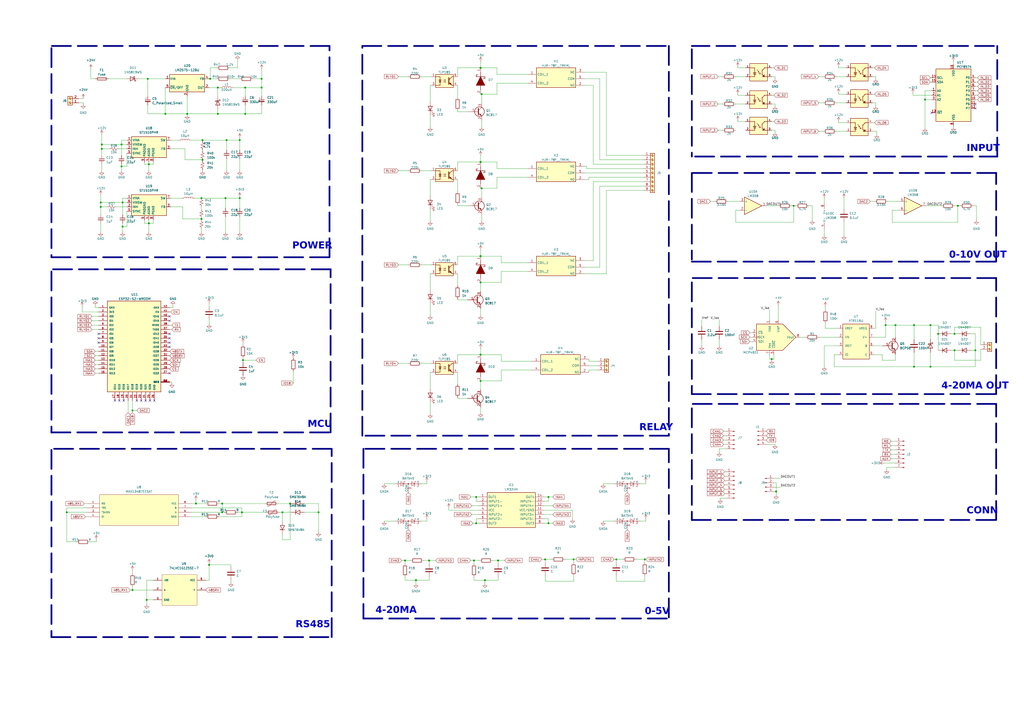
<source format=kicad_sch>
(kicad_sch (version 20230121) (generator eeschema)
  (paper "A2")
  (lib_symbols
    (symbol "+24V_1" (power) (pin_names (offset 0))
      (property "Value" "+24V_1" (at 0 3.556 0))
      (symbol "+24V_1_1_1"
        (pin power_in line (at 0 0 90) (length 0) hide (name "+24V") (number "1"))
      )
    )
    (symbol "+3V3_1" (power) (pin_names (offset 0))
      (property "Value" "+3V3_1" (at 0 3.556 0))
      (symbol "+3V3_1_1_1"
        (pin power_in line (at 0 0 90) (length 0) hide (name "+3V3") (number "1"))
      )
    )
    (symbol "1N5819W:1N5819W" (pin_names hide)
      (property "Reference" "D" (at 12.7 8.89 0))
      (property "Value" "1N5819W" (at 12.7 6.35 0))
      (symbol "1N5819W_1_1"
        (pin passive line (at 2.54 0 0) (length 2.54) (name "K") (number "1"))
        (pin passive line (at 17.78 0 180) (length 2.54) (name "A") (number "2"))
      )
    )
    (symbol "74LVC1G125SE-7:74LVC1G125SE-7" (pin_names (offset 1.016))
      (property "Reference" "U9" (at 17.78 9.525 0))
      (property "Value" "74LVC1G125SE-7" (at 17.78 6.985 0))
      (symbol "74LVC1G125SE-7_0_0"
        (pin input line (at 0 0 0) (length 5.08) (name "~OE") (number "1"))
        (pin input line (at 0 -5.715 0) (length 5.08) (name "A") (number "2"))
        (pin passive line (at 0 -11.43 0) (length 5.08) (name "GND") (number "3"))
        (pin output line (at 30.48 -5.715 180) (length 5.08) (name "Y") (number "4"))
        (pin power_in line (at 30.48 0 180) (length 5.08) (name "VCC") (number "5"))
      )
    )
    (symbol "Amplifier_Operational:LM358" (pin_names (offset 0.127))
      (property "Reference" "U" (at 0 5.08 0))
      (property "Value" "LM358" (at 0 -5.08 0))
      (symbol "LM358_1_1"
        (pin output line (at 7.62 0 180) (length 2.54) (name "~") (number "1"))
        (pin input line (at -7.62 -2.54 0) (length 2.54) (name "-") (number "2"))
        (pin input line (at -7.62 2.54 0) (length 2.54) (name "+") (number "3"))
      )
      (symbol "LM358_2_1"
        (pin input line (at -7.62 2.54 0) (length 2.54) (name "+") (number "5"))
        (pin input line (at -7.62 -2.54 0) (length 2.54) (name "-") (number "6"))
        (pin output line (at 7.62 0 180) (length 2.54) (name "~") (number "7"))
      )
      (symbol "LM358_3_1"
        (pin power_in line (at -2.54 -7.62 90) (length 3.81) (name "V-") (number "4"))
        (pin power_in line (at -2.54 7.62 270) (length 3.81) (name "V+") (number "8"))
      )
    )
    (symbol "Analog_DAC:MCP4921" (pin_names (offset 1.016))
      (property "Reference" "U2" (at 20.955 3.6479 0))
      (property "Value" "MCP4921" (at 20.955 1.1079 0))
      (symbol "MCP4921_1_1"
        (pin power_in line (at 0 10.16 270) (length 2.54) (name "Vdd") (number "1"))
        (pin input line (at -10.16 2.54 0) (length 2.54) (name "~{CS}") (number "2"))
        (pin input clock (at -10.16 0 0) (length 2.54) (name "SCK") (number "3"))
        (pin input line (at -10.16 -2.54 0) (length 2.54) (name "SDI") (number "4"))
        (pin input line (at 2.54 -10.16 90) (length 2.54) (name "~{LDAC}") (number "5"))
        (pin power_in line (at 5.08 10.16 270) (length 2.54) (name "Vref") (number "6"))
        (pin power_in line (at 0 -10.16 90) (length 2.54) (name "Vss") (number "7"))
        (pin output line (at 17.78 0 180) (length 2.54) (name "Vout") (number "8"))
      )
    )
    (symbol "Connector:Conn_01x04_Male" (pin_names (offset 1.016) hide)
      (property "Reference" "J" (at 0 5.08 0))
      (property "Value" "Conn_01x04_Male" (at 0 -7.62 0))
      (symbol "Conn_01x04_Male_1_1"
        (pin passive line (at 5.08 2.54 180) (length 3.81) (name "Pin_1") (number "1"))
        (pin passive line (at 5.08 0 180) (length 3.81) (name "Pin_2") (number "2"))
        (pin passive line (at 5.08 -2.54 180) (length 3.81) (name "Pin_3") (number "3"))
        (pin passive line (at 5.08 -5.08 180) (length 3.81) (name "Pin_4") (number "4"))
      )
    )
    (symbol "Connector:Conn_01x05_Pin" (pin_names (offset 1.016) hide)
      (property "Reference" "J" (at 0 7.62 0))
      (property "Value" "Conn_01x05_Pin" (at 0 -7.62 0))
      (symbol "Conn_01x05_Pin_1_1"
        (pin passive line (at 5.08 5.08 180) (length 3.81) (name "Pin_1") (number "1"))
        (pin passive line (at 5.08 2.54 180) (length 3.81) (name "Pin_2") (number "2"))
        (pin passive line (at 5.08 0 180) (length 3.81) (name "Pin_3") (number "3"))
        (pin passive line (at 5.08 -2.54 180) (length 3.81) (name "Pin_4") (number "4"))
        (pin passive line (at 5.08 -5.08 180) (length 3.81) (name "Pin_5") (number "5"))
      )
    )
    (symbol "Connector:Conn_01x07_Pin" (pin_names (offset 1.016) hide)
      (property "Reference" "J" (at 0 10.16 0))
      (property "Value" "Conn_01x07_Pin" (at 0 -10.16 0))
      (symbol "Conn_01x07_Pin_1_1"
        (pin passive line (at 5.08 7.62 180) (length 3.81) (name "Pin_1") (number "1"))
        (pin passive line (at 5.08 5.08 180) (length 3.81) (name "Pin_2") (number "2"))
        (pin passive line (at 5.08 2.54 180) (length 3.81) (name "Pin_3") (number "3"))
        (pin passive line (at 5.08 0 180) (length 3.81) (name "Pin_4") (number "4"))
        (pin passive line (at 5.08 -2.54 180) (length 3.81) (name "Pin_5") (number "5"))
        (pin passive line (at 5.08 -5.08 180) (length 3.81) (name "Pin_6") (number "6"))
        (pin passive line (at 5.08 -7.62 180) (length 3.81) (name "Pin_7") (number "7"))
      )
    )
    (symbol "Connector:Screw_Terminal_01x02" (pin_names (offset 1.016) hide)
      (property "Reference" "J" (at 0 2.54 0))
      (property "Value" "Screw_Terminal_01x02" (at 0 -5.08 0))
      (symbol "Screw_Terminal_01x02_1_1"
        (pin passive line (at -5.08 0 0) (length 3.81) (name "Pin_1") (number "1"))
        (pin passive line (at -5.08 -2.54 0) (length 3.81) (name "Pin_2") (number "2"))
      )
    )
    (symbol "Connector:Screw_Terminal_01x03" (pin_names (offset 1.016) hide)
      (property "Reference" "J" (at 0 5.08 0))
      (property "Value" "Screw_Terminal_01x03" (at 0 -5.08 0))
      (symbol "Screw_Terminal_01x03_1_1"
        (pin passive line (at -5.08 2.54 0) (length 3.81) (name "Pin_1") (number "1"))
        (pin passive line (at -5.08 0 0) (length 3.81) (name "Pin_2") (number "2"))
        (pin passive line (at -5.08 -2.54 0) (length 3.81) (name "Pin_3") (number "3"))
      )
    )
    (symbol "Connector:Screw_Terminal_01x09" (pin_names (offset 1.016) hide)
      (property "Reference" "J" (at 0 12.7 0))
      (property "Value" "Screw_Terminal_01x09" (at 0 -12.7 0))
      (symbol "Screw_Terminal_01x09_1_1"
        (pin passive line (at -5.08 10.16 0) (length 3.81) (name "Pin_1") (number "1"))
        (pin passive line (at -5.08 7.62 0) (length 3.81) (name "Pin_2") (number "2"))
        (pin passive line (at -5.08 5.08 0) (length 3.81) (name "Pin_3") (number "3"))
        (pin passive line (at -5.08 2.54 0) (length 3.81) (name "Pin_4") (number "4"))
        (pin passive line (at -5.08 0 0) (length 3.81) (name "Pin_5") (number "5"))
        (pin passive line (at -5.08 -2.54 0) (length 3.81) (name "Pin_6") (number "6"))
        (pin passive line (at -5.08 -5.08 0) (length 3.81) (name "Pin_7") (number "7"))
        (pin passive line (at -5.08 -7.62 0) (length 3.81) (name "Pin_8") (number "8"))
        (pin passive line (at -5.08 -10.16 0) (length 3.81) (name "Pin_9") (number "9"))
      )
    )
    (symbol "Device:C" (pin_numbers hide) (pin_names (offset 0.254))
      (property "Reference" "C" (at 0.635 2.54 0))
      (property "Value" "C" (at 0.635 -2.54 0))
      (symbol "C_1_1"
        (pin passive line (at 0 3.81 270) (length 2.794) (name "~") (number "1"))
        (pin passive line (at 0 -3.81 90) (length 2.794) (name "~") (number "2"))
      )
    )
    (symbol "Device:C_Polarized_Small" (pin_numbers hide) (pin_names (offset 0.254) hide)
      (property "Reference" "C" (at 0.254 1.778 0))
      (property "Value" "C_Polarized_Small" (at 0.254 -2.032 0))
      (symbol "C_Polarized_Small_1_1"
        (pin passive line (at 0 2.54 270) (length 1.8542) (name "~") (number "1"))
        (pin passive line (at 0 -2.54 90) (length 1.8542) (name "~") (number "2"))
      )
    )
    (symbol "Device:C_Small" (pin_numbers hide) (pin_names (offset 0.254) hide)
      (property "Reference" "C" (at 0.254 1.778 0))
      (property "Value" "C_Small" (at 0.254 -2.032 0))
      (symbol "C_Small_1_1"
        (pin passive line (at 0 2.54 270) (length 2.032) (name "~") (number "1"))
        (pin passive line (at 0 -2.54 90) (length 2.032) (name "~") (number "2"))
      )
    )
    (symbol "Device:D_Schottky" (pin_numbers hide) (pin_names (offset 1.016) hide)
      (property "Reference" "D" (at 0 2.54 0))
      (property "Value" "D_Schottky" (at 0 -2.54 0))
      (symbol "D_Schottky_1_1"
        (pin passive line (at -3.81 0 0) (length 2.54) (name "K") (number "1"))
        (pin passive line (at 3.81 0 180) (length 2.54) (name "A") (number "2"))
      )
    )
    (symbol "Device:Fuse" (pin_numbers hide) (pin_names (offset 0))
      (property "Reference" "F" (at 2.032 0 90))
      (property "Value" "Fuse" (at -1.905 0 90))
      (symbol "Fuse_1_1"
        (pin passive line (at 0 3.81 270) (length 1.27) (name "~") (number "1"))
        (pin passive line (at 0 -3.81 90) (length 1.27) (name "~") (number "2"))
      )
    )
    (symbol "Device:L" (pin_numbers hide) (pin_names (offset 1.016) hide)
      (property "Reference" "L" (at -1.27 0 90))
      (property "Value" "L" (at 1.905 0 90))
      (symbol "L_1_1"
        (pin passive line (at 0 3.81 270) (length 1.27) (name "1") (number "1"))
        (pin passive line (at 0 -3.81 90) (length 1.27) (name "2") (number "2"))
      )
    )
    (symbol "Device:LED" (pin_numbers hide) (pin_names (offset 1.016) hide)
      (property "Reference" "D" (at 0 2.54 0))
      (property "Value" "LED" (at 0 -2.54 0))
      (symbol "LED_1_1"
        (pin passive line (at -3.81 0 0) (length 2.54) (name "K") (number "1"))
        (pin passive line (at 3.81 0 180) (length 2.54) (name "A") (number "2"))
      )
    )
    (symbol "Device:Polyfuse" (pin_numbers hide) (pin_names (offset 0))
      (property "Reference" "F" (at -2.54 0 90))
      (property "Value" "Polyfuse" (at 2.54 0 90))
      (symbol "Polyfuse_1_1"
        (pin passive line (at 0 3.81 270) (length 1.27) (name "~") (number "1"))
        (pin passive line (at 0 -3.81 90) (length 1.27) (name "~") (number "2"))
      )
    )
    (symbol "Device:R" (pin_numbers hide) (pin_names (offset 0))
      (property "Reference" "R" (at 2.032 0 90))
      (property "Value" "R" (at 0 0 90))
      (symbol "R_1_1"
        (pin passive line (at 0 3.81 270) (length 1.27) (name "~") (number "1"))
        (pin passive line (at 0 -3.81 90) (length 1.27) (name "~") (number "2"))
      )
    )
    (symbol "Device:R_Small_US" (pin_numbers hide) (pin_names (offset 0.254) hide)
      (property "Reference" "R" (at 0.762 0.508 0))
      (property "Value" "R_Small_US" (at 0.762 -1.016 0))
      (symbol "R_Small_US_1_1"
        (pin passive line (at 0 2.54 270) (length 1.016) (name "~") (number "1"))
        (pin passive line (at 0 -2.54 90) (length 1.016) (name "~") (number "2"))
      )
    )
    (symbol "Diode:1N4007" (pin_numbers hide) (pin_names hide)
      (property "Reference" "D" (at 0 2.54 0))
      (property "Value" "1N4007" (at 0 -2.54 0))
      (symbol "1N4007_1_1"
        (pin passive line (at -3.81 0 0) (length 2.54) (name "K") (number "1"))
        (pin passive line (at 3.81 0 180) (length 2.54) (name "A") (number "2"))
      )
    )
    (symbol "Diode:1N5819WS" (pin_numbers hide) (pin_names (offset 1.016) hide)
      (property "Reference" "D" (at 0 2.54 0))
      (property "Value" "1N5819WS" (at 0 -2.54 0))
      (symbol "1N5819WS_1_1"
        (pin passive line (at -3.81 0 0) (length 2.54) (name "K") (number "1"))
        (pin passive line (at 3.81 0 180) (length 2.54) (name "A") (number "2"))
      )
    )
    (symbol "Diode:BAT54S" (pin_names (offset 0))
      (property "Reference" "D" (at 2.54 -5.08 0))
      (property "Value" "BAT54S" (at -6.35 3.175 0))
      (symbol "BAT54S_1_1"
        (pin passive line (at -7.62 0 0) (length 3.81) (name "A") (number "1"))
        (pin passive line (at 7.62 0 180) (length 3.81) (name "K") (number "2"))
        (pin passive line (at 0 -5.08 90) (length 5.08) (name "COM") (number "3"))
      )
    )
    (symbol "Diode:SM6T6V8A" (pin_numbers hide) (pin_names (offset 1.016) hide)
      (property "Reference" "D" (at 0 2.54 0))
      (property "Value" "SM6T6V8A" (at 0 -2.54 0))
      (symbol "SM6T6V8A_1_1"
        (pin passive line (at -3.81 0 0) (length 2.54) (name "A1") (number "1"))
        (pin passive line (at 3.81 0 180) (length 2.54) (name "A2") (number "2"))
      )
    )
    (symbol "EL357N-G:EL357N-G" (pin_names (offset 1.016))
      (property "Reference" "U" (at -5.08 5.08 0))
      (property "Value" "EL357N-G" (at -5.08 -7.62 0))
      (symbol "EL357N-G_0_0"
        (pin passive line (at -7.62 2.54 0) (length 2.54) (name "~") (number "1"))
        (pin passive line (at -7.62 -2.54 0) (length 2.54) (name "~") (number "2"))
        (pin passive line (at 7.62 -2.54 180) (length 2.54) (name "~") (number "3"))
        (pin passive line (at 7.62 2.54 180) (length 2.54) (name "~") (number "4"))
      )
    )
    (symbol "ESP32-S2-WROOM:ESP32-S2-WROOM" (pin_names (offset 1.016))
      (property "Reference" "U11" (at -1.27 20.955 0))
      (property "Value" "ESP32-S2-WROOM" (at -1.27 18.415 0))
      (symbol "ESP32-S2-WROOM_0_0"
        (pin power_in line (at -22.225 13.335 0) (length 5.08) (name "GND") (number "1"))
        (pin bidirectional line (at -22.225 -9.525 0) (length 5.08) (name "IO7") (number "10"))
        (pin bidirectional line (at -22.225 -12.065 0) (length 5.08) (name "IO8") (number "11"))
        (pin bidirectional line (at -22.225 -14.605 0) (length 5.08) (name "IO9") (number "12"))
        (pin bidirectional line (at -22.225 -17.145 0) (length 5.08) (name "IO10") (number "13"))
        (pin bidirectional line (at -22.225 -19.685 0) (length 5.08) (name "IO11") (number "14"))
        (pin bidirectional line (at -22.225 -22.225 0) (length 5.08) (name "IO12") (number "15"))
        (pin bidirectional line (at -22.225 -24.765 0) (length 5.08) (name "IO13") (number "16"))
        (pin bidirectional line (at -12.7 -40.64 90) (length 5.08) (name "IO14") (number "17"))
        (pin bidirectional line (at -10.16 -40.64 90) (length 5.08) (name "IO15") (number "18"))
        (pin bidirectional line (at -7.62 -40.64 90) (length 5.08) (name "IO16") (number "19"))
        (pin power_in line (at -22.225 10.795 0) (length 5.08) (name "3V3") (number "2"))
        (pin bidirectional line (at -5.08 -40.64 90) (length 5.08) (name "IO17") (number "20"))
        (pin bidirectional line (at -2.54 -40.64 90) (length 5.08) (name "IO18") (number "21"))
        (pin bidirectional line (at 0 -40.64 90) (length 5.08) (name "IO19") (number "22"))
        (pin bidirectional line (at 2.54 -40.64 90) (length 5.08) (name "IO20") (number "23"))
        (pin bidirectional line (at 5.08 -40.64 90) (length 5.08) (name "IO21") (number "24"))
        (pin bidirectional line (at 7.62 -40.64 90) (length 5.08) (name "IO26") (number "25"))
        (pin power_in line (at 10.16 -40.64 90) (length 5.08) (name "GND") (number "26"))
        (pin bidirectional line (at 19.05 -24.765 180) (length 5.08) (name "IO33") (number "27"))
        (pin bidirectional line (at 19.05 -22.225 180) (length 5.08) (name "IO34") (number "28"))
        (pin bidirectional line (at 19.05 -19.685 180) (length 5.08) (name "IO35") (number "29"))
        (pin bidirectional line (at -22.225 8.255 0) (length 5.08) (name "IO0") (number "3"))
        (pin bidirectional line (at 19.05 -17.145 180) (length 5.08) (name "IO36") (number "30"))
        (pin bidirectional line (at 19.05 -14.605 180) (length 5.08) (name "IO37") (number "31"))
        (pin bidirectional line (at 19.05 -12.065 180) (length 5.08) (name "IO38") (number "32"))
        (pin bidirectional line (at 19.05 -9.525 180) (length 5.08) (name "IO39") (number "33"))
        (pin bidirectional line (at 19.05 -6.985 180) (length 5.08) (name "IO40") (number "34"))
        (pin bidirectional line (at 19.05 -4.445 180) (length 5.08) (name "IO41") (number "35"))
        (pin bidirectional line (at 19.05 -1.905 180) (length 5.08) (name "IO42") (number "36"))
        (pin bidirectional line (at 19.05 0.635 180) (length 5.08) (name "TXD0") (number "37"))
        (pin bidirectional line (at 19.05 3.175 180) (length 5.08) (name "RXD0") (number "38"))
        (pin bidirectional line (at 19.05 5.715 180) (length 5.08) (name "IO45") (number "39"))
        (pin bidirectional line (at -22.225 5.715 0) (length 5.08) (name "IO1") (number "4"))
        (pin input line (at 19.05 8.255 180) (length 5.08) (name "IO46") (number "40"))
        (pin input line (at 19.05 10.795 180) (length 5.08) (name "EN") (number "41"))
        (pin power_in line (at 19.05 -29.845 180) (length 5.08) (name "GND") (number "43"))
        (pin power_in line (at 19.05 -29.845 180) (length 5.08) (name "GND") (number "44"))
        (pin power_in line (at 19.05 -29.845 180) (length 5.08) (name "GND") (number "45"))
        (pin power_in line (at 19.05 -29.845 180) (length 5.08) (name "GND") (number "46"))
        (pin power_in line (at 19.05 -29.845 180) (length 5.08) (name "GND") (number "47"))
        (pin power_in line (at 19.05 -29.845 180) (length 5.08) (name "GND") (number "48"))
        (pin power_in line (at 19.05 -29.845 180) (length 5.08) (name "GND") (number "49"))
        (pin bidirectional line (at -22.225 3.175 0) (length 5.08) (name "IO2") (number "5"))
        (pin power_in line (at 19.05 -29.845 180) (length 5.08) (name "GND") (number "50"))
        (pin power_in line (at 19.05 -29.845 180) (length 5.08) (name "GND") (number "51"))
        (pin bidirectional line (at -22.225 0.635 0) (length 5.08) (name "IO3") (number "6"))
        (pin bidirectional line (at -22.225 -1.905 0) (length 5.08) (name "IO4") (number "7"))
        (pin bidirectional line (at -22.225 -4.445 0) (length 5.08) (name "IO5") (number "8"))
        (pin bidirectional line (at -22.225 -6.985 0) (length 5.08) (name "IO6") (number "9"))
      )
      (symbol "ESP32-S2-WROOM_1_0"
        (pin power_in line (at 19.05 13.335 180) (length 5.08) (name "GND") (number "42"))
      )
    )
    (symbol "GND_1" (power) (pin_names (offset 0))
      (property "Value" "GND_1" (at 0 -3.81 0))
      (symbol "GND_1_1_1"
        (pin power_in line (at 0 0 270) (length 0) hide (name "GND") (number "1"))
      )
    )
    (symbol "HJR-78F__TRKM_:HJR-78F__TRKM_"
      (property "Reference" "K4" (at 16.51 7.62 0))
      (property "Value" "HJR-78F__TRKM_" (at 16.51 5.08 0))
      (symbol "HJR-78F__TRKM__1_1"
        (pin passive line (at 0 0 0) (length 5.08) (name "COIL_1") (number "1"))
        (pin passive line (at 33.02 -6.35 180) (length 5.08) (name "NO") (number "2"))
        (pin passive line (at 33.02 1.27 180) (length 5.08) (name "NC") (number "3"))
        (pin passive line (at 0 -5.08 0) (length 5.08) (name "COIL_2") (number "4"))
        (pin passive line (at 33.02 -2.54 180) (length 5.08) (name "COM") (number "5"))
      )
    )
    (symbol "HJR-78F__TRKM__1"
      (property "Reference" "K1" (at 16.51 7.62 0))
      (property "Value" "HJR-78F__TRKM_" (at 16.51 5.08 0))
      (symbol "HJR-78F__TRKM__1_1_1"
        (pin passive line (at 0 0 0) (length 5.08) (name "COIL_1") (number "1"))
        (pin passive line (at 33.02 -6.35 180) (length 5.08) (name "NO") (number "2"))
        (pin passive line (at 33.02 1.27 180) (length 5.08) (name "NC") (number "3"))
        (pin passive line (at 0 -5.08 0) (length 5.08) (name "COIL_2") (number "4"))
        (pin passive line (at 33.02 -2.54 180) (length 5.08) (name "COM") (number "5"))
      )
    )
    (symbol "HJR-78F__TRKM__2"
      (property "Reference" "K2" (at 16.51 7.62 0))
      (property "Value" "HJR-78F__TRKM_" (at 16.51 5.08 0))
      (symbol "HJR-78F__TRKM__2_1_1"
        (pin passive line (at 0 0 0) (length 5.08) (name "COIL_1") (number "1"))
        (pin passive line (at 33.02 -6.35 180) (length 5.08) (name "NO") (number "2"))
        (pin passive line (at 33.02 1.27 180) (length 5.08) (name "NC") (number "3"))
        (pin passive line (at 0 -5.08 0) (length 5.08) (name "COIL_2") (number "4"))
        (pin passive line (at 33.02 -2.54 180) (length 5.08) (name "COM") (number "5"))
      )
    )
    (symbol "HJR-78F__TRKM__3"
      (property "Reference" "K3" (at 16.51 7.62 0))
      (property "Value" "HJR-78F__TRKM_" (at 16.51 5.08 0))
      (symbol "HJR-78F__TRKM__3_1_1"
        (pin passive line (at 0 0 0) (length 5.08) (name "COIL_1") (number "1"))
        (pin passive line (at 33.02 -6.35 180) (length 5.08) (name "NO") (number "2"))
        (pin passive line (at 33.02 1.27 180) (length 5.08) (name "NC") (number "3"))
        (pin passive line (at 0 -5.08 0) (length 5.08) (name "COIL_2") (number "4"))
        (pin passive line (at 33.02 -2.54 180) (length 5.08) (name "COM") (number "5"))
      )
    )
    (symbol "Interface_CurrentLoop:XTR116U" (pin_names (offset 1.016))
      (property "Reference" "U7" (at 0 17.145 0))
      (property "Value" "XTR116U" (at 0 14.605 0))
      (symbol "XTR116U_1_1"
        (pin output line (at -10.16 10.16 0) (length 2.54) (name "VREF") (number "1"))
        (pin input line (at -10.16 5.08 0) (length 2.54) (name "IIN") (number "2"))
        (pin input line (at -10.16 0 0) (length 2.54) (name "IRET") (number "3"))
        (pin passive line (at -10.16 -5.08 0) (length 2.54) (name "IO") (number "4"))
        (pin passive line (at 10.16 -5.08 180) (length 2.54) (name "E") (number "5"))
        (pin output line (at 10.16 0 180) (length 2.54) (name "B") (number "6"))
        (pin output line (at 10.16 5.08 180) (length 2.54) (name "V+") (number "7"))
        (pin output line (at 10.16 10.16 180) (length 2.54) (name "VREG") (number "8"))
      )
    )
    (symbol "Interface_Expansion:PCF8574"
      (property "Reference" "U" (at -8.89 16.51 0))
      (property "Value" "PCF8574" (at 2.54 16.51 0))
      (symbol "PCF8574_1_1"
        (pin input line (at -12.7 2.54 0) (length 2.54) (name "A0") (number "1"))
        (pin bidirectional line (at 12.7 -2.54 180) (length 2.54) (name "P5") (number "10"))
        (pin bidirectional line (at 12.7 -5.08 180) (length 2.54) (name "P6") (number "11"))
        (pin bidirectional line (at 12.7 -7.62 180) (length 2.54) (name "P7") (number "12"))
        (pin open_collector output_low (at -12.7 -10.16 0) (length 2.54) (name "~{INT}") (number "13"))
        (pin input line (at -12.7 10.16 0) (length 2.54) (name "SCL") (number "14"))
        (pin bidirectional line (at -12.7 7.62 0) (length 2.54) (name "SDA") (number "15"))
        (pin power_in line (at 0 17.78 270) (length 2.54) (name "VDD") (number "16"))
        (pin input line (at -12.7 0 0) (length 2.54) (name "A1") (number "2"))
        (pin input line (at -12.7 -2.54 0) (length 2.54) (name "A2") (number "3"))
        (pin bidirectional line (at 12.7 10.16 180) (length 2.54) (name "P0") (number "4"))
        (pin bidirectional line (at 12.7 7.62 180) (length 2.54) (name "P1") (number "5"))
        (pin bidirectional line (at 12.7 5.08 180) (length 2.54) (name "P2") (number "6"))
        (pin bidirectional line (at 12.7 2.54 180) (length 2.54) (name "P3") (number "7"))
        (pin power_in line (at 0 -17.78 90) (length 2.54) (name "VSS") (number "8"))
        (pin bidirectional line (at 12.7 0 180) (length 2.54) (name "P4") (number "9"))
      )
    )
    (symbol "Isolator:TLP185"
      (property "Reference" "U" (at -5.08 5.08 0))
      (property "Value" "TLP185" (at -5.08 -5.08 0))
      (symbol "TLP185_1_1"
        (pin passive line (at -7.62 2.54 0) (length 2.54) (name "~") (number "1"))
        (pin passive line (at -7.62 -2.54 0) (length 2.54) (name "~") (number "3"))
        (pin passive line (at 7.62 -2.54 180) (length 2.54) (name "~") (number "4"))
        (pin passive line (at 7.62 2.54 180) (length 2.54) (name "~") (number "6"))
      )
    )
    (symbol "LM324N:LM324N"
      (property "Reference" "IC1" (at 19.05 6.985 0))
      (property "Value" "LM324N" (at 19.05 4.445 0))
      (symbol "LM324N_1_1"
        (pin passive line (at 0 0 0) (length 5.08) (name "OUT1") (number "1"))
        (pin passive line (at 38.1 -10.16 180) (length 5.08) (name "INPUT3+") (number "10"))
        (pin passive line (at 38.1 -7.62 180) (length 5.08) (name "VEE/GND") (number "11"))
        (pin passive line (at 38.1 -5.08 180) (length 5.08) (name "INPUT4+") (number "12"))
        (pin passive line (at 38.1 -2.54 180) (length 5.08) (name "INPUT4-") (number "13"))
        (pin passive line (at 38.1 0 180) (length 5.08) (name "OUT4") (number "14"))
        (pin passive line (at 0 -2.54 0) (length 5.08) (name "INPUT1-") (number "2"))
        (pin passive line (at 0 -5.08 0) (length 5.08) (name "INPUT1+") (number "3"))
        (pin passive line (at 0 -7.62 0) (length 5.08) (name "VCC") (number "4"))
        (pin passive line (at 0 -10.16 0) (length 5.08) (name "INPUT2+") (number "5"))
        (pin passive line (at 0 -12.7 0) (length 5.08) (name "INPUT2-") (number "6"))
        (pin passive line (at 0 -15.24 0) (length 5.08) (name "OUT2") (number "7"))
        (pin passive line (at 38.1 -15.24 180) (length 5.08) (name "OUT3") (number "8"))
        (pin passive line (at 38.1 -12.7 180) (length 5.08) (name "INPUT3-") (number "9"))
      )
    )
    (symbol "MAX13487EESAT:MAX13487EESAT" (pin_names (offset 1.016))
      (property "Reference" "U" (at 25.7972 9.1333 0))
      (property "Value" "MAX13487EESAT" (at 25.1591 6.5887 0))
      (symbol "MAX13487EESAT_0_0"
        (pin passive line (at 0 0 0) (length 7.62) (name "RO") (number "1"))
        (pin passive line (at 0 -2.54 0) (length 7.62) (name "*RE") (number "2"))
        (pin passive line (at 0 -5.08 0) (length 7.62) (name "*SHDN") (number "3"))
        (pin passive line (at 0 -7.62 0) (length 7.62) (name "DI") (number "4"))
        (pin power_in line (at 60.96 -7.62 180) (length 7.62) (name "GND") (number "5"))
        (pin passive line (at 60.96 -5.08 180) (length 7.62) (name "A") (number "6"))
        (pin passive line (at 60.96 -2.54 180) (length 7.62) (name "B") (number "7"))
        (pin power_in line (at 60.96 0 180) (length 7.62) (name "VCC") (number "8"))
      )
    )
    (symbol "Regulator_Switching:LM2575-12BU" (pin_names (offset 0.254))
      (property "Reference" "U" (at -10.16 6.35 0))
      (property "Value" "LM2575-12BU" (at 0 6.35 0))
      (symbol "LM2575-12BU_1_1"
        (pin power_in line (at -12.7 2.54 0) (length 2.54) (name "VIN") (number "1"))
        (pin output line (at 12.7 -2.54 180) (length 2.54) (name "OUT") (number "2"))
        (pin power_in line (at 0 -7.62 90) (length 2.54) (name "GND") (number "3"))
        (pin input line (at 12.7 2.54 180) (length 2.54) (name "FB") (number "4"))
        (pin input line (at -12.7 -2.54 0) (length 2.54) (name "~{ON}/OFF") (number "5"))
      )
    )
    (symbol "Regulator_Switching:ST1S10PHR"
      (property "Reference" "U2" (at 0 9.525 0))
      (property "Value" "ST1S10PHR" (at 0 6.985 0))
      (symbol "ST1S10PHR_1_1"
        (pin power_in line (at -12.7 2.54 0) (length 2.54) (name "VINA") (number "1"))
        (pin input line (at -12.7 -2.54 0) (length 2.54) (name "INH") (number "2"))
        (pin input line (at 12.7 -2.54 180) (length 2.54) (name "FB") (number "3"))
        (pin power_in line (at 0 -10.16 90) (length 2.54) (name "AGND") (number "4"))
        (pin input line (at -12.7 -5.08 0) (length 2.54) (name "SYNC") (number "5"))
        (pin input line (at -12.7 0 0) (length 2.54) (name "VINSW") (number "6"))
        (pin output line (at 12.7 2.54 180) (length 2.54) (name "SW") (number "7"))
        (pin power_in line (at 2.54 -10.16 90) (length 2.54) (name "PGND") (number "8"))
        (pin power_in line (at -2.54 -10.16 90) (length 2.54) (name "PADGND") (number "9"))
      )
    )
    (symbol "ST1S10PHR_1"
      (property "Reference" "U1" (at 0 9.525 0))
      (property "Value" "ST1S10PHR" (at 0 6.985 0))
      (symbol "ST1S10PHR_1_1_1"
        (pin power_in line (at -12.7 2.54 0) (length 2.54) (name "VINA") (number "1"))
        (pin input line (at -12.7 -2.54 0) (length 2.54) (name "INH") (number "2"))
        (pin input line (at 12.7 -2.54 180) (length 2.54) (name "FB") (number "3"))
        (pin power_in line (at 0 -10.16 90) (length 2.54) (name "AGND") (number "4"))
        (pin input line (at -12.7 -5.08 0) (length 2.54) (name "SYNC") (number "5"))
        (pin input line (at -12.7 0 0) (length 2.54) (name "VINSW") (number "6"))
        (pin output line (at 12.7 2.54 180) (length 2.54) (name "SW") (number "7"))
        (pin power_in line (at 2.54 -10.16 90) (length 2.54) (name "PGND") (number "8"))
        (pin power_in line (at -2.54 -10.16 90) (length 2.54) (name "PADGND") (number "9"))
      )
    )
    (symbol "Transistor_BJT:BC817" (pin_names (offset 0) hide)
      (property "Reference" "Q" (at 5.08 1.905 0))
      (property "Value" "BC817" (at 5.08 0 0))
      (symbol "BC817_1_1"
        (pin input line (at -5.08 0 0) (length 5.715) (name "B") (number "1"))
        (pin passive line (at 2.54 -5.08 90) (length 2.54) (name "E") (number "2"))
        (pin passive line (at 2.54 5.08 270) (length 2.54) (name "C") (number "3"))
      )
    )
    (symbol "Transistor_BJT:BCP56" (pin_names (offset 0) hide)
      (property "Reference" "Q" (at 5.08 1.905 0))
      (property "Value" "BCP56" (at 5.08 0 0))
      (symbol "BCP56_1_1"
        (pin input line (at -5.08 0 0) (length 5.715) (name "B") (number "1"))
        (pin passive line (at 2.54 5.08 270) (length 2.54) (name "C") (number "2"))
        (pin passive line (at 2.54 -5.08 90) (length 2.54) (name "E") (number "3"))
        (pin passive line (at 2.54 5.08 270) (length 2.54) hide (name "C") (number "4"))
      )
    )
    (symbol "power:+12V" (power) (pin_names (offset 0))
      (property "Value" "+12V" (at 0 3.556 0))
      (symbol "+12V_1_1"
        (pin power_in line (at 0 0 90) (length 0) hide (name "+12V") (number "1"))
      )
    )
    (symbol "power:+24V" (power) (pin_names (offset 0))
      (property "Value" "+24V" (at 0 3.556 0))
      (symbol "+24V_1_1"
        (pin power_in line (at 0 0 90) (length 0) hide (name "+24V") (number "1"))
      )
    )
    (symbol "power:+3V0" (power) (pin_names (offset 0))
      (property "Value" "+3V0" (at 0 3.556 0))
      (symbol "+3V0_1_1"
        (pin power_in line (at 0 0 90) (length 0) hide (name "+3V0") (number "1"))
      )
    )
    (symbol "power:+3V3" (power) (pin_names (offset 0))
      (property "Value" "+3V3" (at 0 3.556 0))
      (symbol "+3V3_1_1"
        (pin power_in line (at 0 0 90) (length 0) hide (name "+3V3") (number "1"))
      )
    )
    (symbol "power:+4V" (power) (pin_names (offset 0))
      (property "Value" "+4V" (at 0 3.556 0))
      (symbol "+4V_1_1"
        (pin power_in line (at 0 0 90) (length 0) hide (name "+4V") (number "1"))
      )
    )
    (symbol "power:+5V" (power) (pin_names (offset 0))
      (property "Value" "+5V" (at 0 3.556 0))
      (symbol "+5V_1_1"
        (pin power_in line (at 0 0 90) (length 0) hide (name "+5V") (number "1"))
      )
    )
    (symbol "power:GND" (power) (pin_names (offset 0))
      (property "Value" "GND" (at 0 -3.81 0))
      (symbol "GND_1_1"
        (pin power_in line (at 0 0 270) (length 0) hide (name "GND") (number "1"))
      )
    )
    (symbol "power:GNDA" (power) (pin_names (offset 0))
      (property "Value" "GNDA" (at 0 -3.81 0))
      (symbol "GNDA_1_1"
        (pin power_in line (at 0 0 270) (length 0) hide (name "GNDA") (number "1"))
      )
    )
  )
  (junction (at 163.83 297.18))
  (junction (at 279.4 54.61))
  (junction (at 142.24 50.8))
  (junction (at 316.23 324.485))
  (junction (at 108.585 66.04))
  (junction (at 288.925 325.12))
  (junction (at 447.675 208.28))
  (junction (at 128.905 297.18))
  (junction (at 276.225 303.53))
  (junction (at 121.92 45.72))
  (junction (at 168.275 292.1))
  (junction (at 59.055 86.36))
  (junction (at 278.765 148.59))
  (junction (at 374.015 324.485))
  (junction (at 139.065 81.28))
  (junction (at 460.375 119.38))
  (junction (at 248.92 325.12))
  (junction (at 513.715 188.595))
  (junction (at 278.765 220.98))
  (junction (at 71.12 131.445))
  (junction (at 38.735 297.18))
  (junction (at 116.84 114.935))
  (junction (at 59.055 83.82))
  (junction (at 86.36 129.54))
  (junction (at 70.485 83.82))
  (junction (at 130.81 114.935))
  (junction (at 140.335 297.18))
  (junction (at 539.75 188.595))
  (junction (at 76.835 238.125))
  (junction (at 85.09 347.98))
  (junction (at 151.765 50.8))
  (junction (at 278.7656 93.98))
  (junction (at 184.785 297.18))
  (junction (at 279.4 109.22))
  (junction (at 128.905 292.1))
  (junction (at 113.665 292.1))
  (junction (at 318.135 288.29))
  (junction (at 58.42 120.015))
  (junction (at 530.225 188.595))
  (junction (at 151.765 45.72))
  (junction (at 553.72 203.2))
  (junction (at 276.225 288.29))
  (junction (at 70.485 96.52))
  (junction (at 519.43 188.595))
  (junction (at 318.135 303.53))
  (junction (at 278.7656 148.59))
  (junction (at 234.95 325.12))
  (junction (at 241.3 336.55))
  (junction (at 544.195 193.675))
  (junction (at 278.765 39.37))
  (junction (at 126.365 66.04))
  (junction (at 131.445 81.28))
  (junction (at 278.765 93.98))
  (junction (at 116.84 127))
  (junction (at 357.505 324.485))
  (junction (at 555.625 119.38))
  (junction (at 85.725 45.72))
  (junction (at 121.285 327.66))
  (junction (at 140.97 208.915))
  (junction (at 86.36 95.25))
  (junction (at 450.215 285.115))
  (junction (at 142.24 66.04))
  (junction (at 126.365 50.8))
  (junction (at 332.74 324.485))
  (junction (at 71.12 117.475))
  (junction (at 536.575 57.785))
  (junction (at 278.7656 39.37))
  (junction (at 553.72 193.675))
  (junction (at 281.305 336.55))
  (junction (at 76.835 342.265))
  (junction (at 117.475 81.28))
  (junction (at 278.765 205.74))
  (junction (at 58.42 117.475))
  (junction (at 565.785 203.2))
  (junction (at 139.065 114.935))
  (junction (at 117.475 92.71))
  (junction (at 530.225 212.725))
  (junction (at 278.7656 205.74))
  (junction (at 274.955 325.12))
  (junction (at 539.75 212.725))
  (junction (at 278.765 163.83))
  (junction (at 95.885 66.04))
  (no_connect (at 66.675 232.41))
  (no_connect (at 57.15 198.755))
  (no_connect (at 89.535 232.41))
  (no_connect (at 98.425 183.515))
  (no_connect (at 81.915 232.41))
  (no_connect (at 565.785 60.325))
  (no_connect (at 57.15 193.675))
  (no_connect (at 98.425 201.295))
  (no_connect (at 98.425 186.055))
  (no_connect (at 86.995 232.41))
  (no_connect (at 98.425 196.215))
  (no_connect (at 69.215 232.41))
  (no_connect (at 98.425 216.535))
  (no_connect (at 565.785 62.865))
  (no_connect (at 79.375 232.41))
  (no_connect (at 540.385 65.405))
  (no_connect (at 84.455 232.41))
  (no_connect (at 71.755 232.41))
  (no_connect (at 98.425 193.675))
  (no_connect (at 98.425 198.755))
  (no_connect (at 57.15 196.215))
  (wire (pts (xy 111.125 292.1) (xy 113.665 292.1)))
  (wire (pts (xy 277.495 290.83) (xy 276.225 290.83)))
  (wire (pts (xy 116.84 120.015) (xy 116.84 121.285)))
  (wire (pts (xy 553.72 208.915) (xy 568.96 208.915)))
  (wire (pts (xy 486.41 205.74) (xy 483.87 205.74)))
  (wire (pts (xy 55.88 314.325) (xy 52.07 314.325)))
  (polyline (pts (xy 403.225 90.805) (xy 578.485 90.805)) (stroke (width 1) (type dash) (color 0 0 132 1)))
  (wire (pts (xy 140.335 294.64) (xy 140.335 297.18)))
  (wire (pts (xy 231.14 99.06) (xy 236.855 99.06)))
  (wire (pts (xy 85.725 45.72) (xy 85.725 55.88)))
  (wire (pts (xy 567.055 47.625) (xy 565.785 47.625)))
  (wire (pts (xy 86.36 95.25) (xy 86.36 93.98)))
  (wire (pts (xy 249.555 73.66) (xy 249.555 66.675)))
  (wire (pts (xy 536.575 57.785) (xy 540.385 57.785)))
  (wire (pts (xy 341.63 208.28) (xy 341.63 209.55)))
  (wire (pts (xy 427.99 69.85) (xy 427.99 70.485)))
  (wire (pts (xy 106.045 127) (xy 116.84 127)))
  (wire (pts (xy 265.43 64.135) (xy 265.43 64.77)))
  (polyline (pts (xy 191.77 156.21) (xy 29.845 156.21)) (stroke (width 1) (type dash) (color 0 0 132 1)))
  (wire (pts (xy 288.29 43.18) (xy 306.07 43.18)))
  (wire (pts (xy 349.885 302.26) (xy 356.235 302.26)))
  (wire (pts (xy 420.37 278.765) (xy 421.005 278.765)))
  (wire (pts (xy 278.7656 144.9058) (xy 278.7656 148.59)))
  (wire (pts (xy 315.595 295.91) (xy 332.105 295.91)))
  (wire (pts (xy 412.115 116.84) (xy 414.655 116.84)))
  (wire (pts (xy 99.06 114.935) (xy 105.41 114.935)))
  (wire (pts (xy 260.35 294.64) (xy 260.35 295.91)))
  (wire (pts (xy 346.71 214.63) (xy 341.63 214.63)))
  (polyline (pts (xy 387.985 252.73) (xy 210.185 252.73)) (stroke (width 1) (type dash) (color 0 0 132 1)))
  (wire (pts (xy 563.245 203.2) (xy 565.785 203.2)))
  (wire (pts (xy 83.82 93.98) (xy 83.82 95.25)))
  (wire (pts (xy 568.96 200.025) (xy 568.96 189.865)))
  (wire (pts (xy 76.835 342.265) (xy 88.9 342.265)))
  (wire (pts (xy 452.755 277.495) (xy 448.945 277.495)))
  (wire (pts (xy 234.95 336.55) (xy 234.95 334.645)))
  (wire (pts (xy 265.43 64.77) (xy 271.78 64.77)))
  (polyline (pts (xy 29.845 369.57) (xy 190.5 369.57)) (stroke (width 1) (type dash) (color 0 0 132 1)))
  (wire (pts (xy 339.09 151.13) (xy 344.17 151.13)))
  (wire (pts (xy 374.65 280.67) (xy 371.475 280.67)))
  (wire (pts (xy 347.98 45.72) (xy 347.98 92.71)))
  (wire (pts (xy 530.225 212.725) (xy 539.75 212.725)))
  (polyline (pts (xy 29.845 149.225) (xy 191.135 149.225)) (stroke (width 1) (type dash) (color 0 0 132 1)))
  (wire (pts (xy 290.83 205.74) (xy 290.83 209.55)))
  (wire (pts (xy 139.065 92.075) (xy 139.065 99.06)))
  (wire (pts (xy 447.675 44.45) (xy 449.58 44.45)))
  (wire (pts (xy 277.495 300.99) (xy 276.225 300.99)))
  (wire (pts (xy 170.18 222.25) (xy 170.18 215.265)))
  (wire (pts (xy 434.975 193.04) (xy 436.245 193.04)))
  (wire (pts (xy 76.835 340.36) (xy 76.835 342.265)))
  (wire (pts (xy 516.89 255.905) (xy 519.43 255.905)))
  (wire (pts (xy 477.52 76.2) (xy 474.98 76.2)))
  (wire (pts (xy 55.245 216.535) (xy 57.15 216.535)))
  (wire (pts (xy 419.735 252.73) (xy 421.005 252.73)))
  (wire (pts (xy 95.885 66.04) (xy 108.585 66.04)))
  (wire (pts (xy 340.36 96.52) (xy 339.09 96.52)))
  (wire (pts (xy 83.82 129.54) (xy 86.36 129.54)))
  (wire (pts (xy 278.7656 90.2958) (xy 278.7656 93.98)))
  (wire (pts (xy 58.42 129.54) (xy 58.42 134.62)))
  (wire (pts (xy 126.365 50.8) (xy 127.635 50.8)))
  (wire (pts (xy 151.765 66.04) (xy 142.24 66.04)))
  (wire (pts (xy 80.645 45.72) (xy 85.725 45.72)))
  (wire (pts (xy 107.315 92.71) (xy 117.475 92.71)))
  (wire (pts (xy 278.765 163.83) (xy 290.83 163.83)))
  (wire (pts (xy 273.685 298.45) (xy 277.495 298.45)))
  (wire (pts (xy 49.53 299.72) (xy 50.165 299.72)))
  (wire (pts (xy 278.7656 35.6858) (xy 278.7656 39.37)))
  (wire (pts (xy 279.4 109.22) (xy 288.29 109.22)))
  (wire (pts (xy 117.475 99.06) (xy 117.475 98.425)))
  (wire (pts (xy 514.985 116.84) (xy 521.97 116.84)))
  (wire (pts (xy 59.055 83.82) (xy 70.485 83.82)))
  (wire (pts (xy 346.71 212.09) (xy 341.63 212.09)))
  (wire (pts (xy 516.89 266.065) (xy 519.43 266.065)))
  (wire (pts (xy 339.09 41.91) (xy 351.79 41.91)))
  (wire (pts (xy 434.975 195.58) (xy 436.245 195.58)))
  (wire (pts (xy 244.475 210.82) (xy 250.19 210.82)))
  (wire (pts (xy 513.715 188.595) (xy 513.715 195.58)))
  (wire (pts (xy 99.06 86.36) (xy 107.315 86.36)))
  (wire (pts (xy 168.275 313.055) (xy 168.275 292.1)))
  (wire (pts (xy 529.59 53.975) (xy 529.59 55.245)))
  (wire (pts (xy 519.43 195.58) (xy 519.43 188.595)))
  (wire (pts (xy 290.83 163.83) (xy 290.83 157.48)))
  (wire (pts (xy 67.31 120.015) (xy 73.66 120.015)))
  (wire (pts (xy 76.835 238.125) (xy 76.835 232.41)))
  (wire (pts (xy 278.7656 93.98) (xy 288.29 93.98)))
  (wire (pts (xy 506.095 44.45) (xy 508 44.45)))
  (polyline (pts (xy 387.985 26.67) (xy 387.985 252.73)) (stroke (width 1) (type dash) (color 0 0 132 1)))
  (wire (pts (xy 530.225 196.85) (xy 530.225 188.595)))
  (wire (pts (xy 265.43 93.98) (xy 265.43 99.06)))
  (wire (pts (xy 483.87 212.725) (xy 530.225 212.725)))
  (polyline (pts (xy 29.845 250.825) (xy 191.77 250.825)) (stroke (width 1) (type dash) (color 0 0 132 1)))
  (wire (pts (xy 241.3 336.55) (xy 248.92 336.55)))
  (polyline (pts (xy 577.85 228.6) (xy 577.85 161.29)) (stroke (width 1) (type dash) (color 0 0 132 1)))
  (wire (pts (xy 478.79 190.5) (xy 486.41 190.5)))
  (wire (pts (xy 318.135 288.29) (xy 315.595 288.29)))
  (wire (pts (xy 265.43 39.37) (xy 278.765 39.37)))
  (wire (pts (xy 452.755 282.575) (xy 448.945 282.575)))
  (wire (pts (xy 38.735 297.18) (xy 50.165 297.18)))
  (polyline (pts (xy 401.32 151.765) (xy 577.85 151.765)) (stroke (width 1) (type dash) (color 0 0 132 1)))
  (polyline (pts (xy 210.185 26.67) (xy 387.985 26.67)) (stroke (width 1) (type dash) (color 0 0 132 1)))
  (polyline (pts (xy 577.85 234.315) (xy 401.32 234.315)) (stroke (width 1) (type dash) (color 0 0 132 1)))
  (wire (pts (xy 86.36 129.54) (xy 86.36 134.62)))
  (wire (pts (xy 486.41 71.12) (xy 490.855 71.12)))
  (wire (pts (xy 513.715 186.69) (xy 513.715 188.595)))
  (polyline (pts (xy 192.405 369.57) (xy 192.405 260.35)) (stroke (width 1) (type dash) (color 0 0 132 1)))
  (wire (pts (xy 139.065 81.28) (xy 139.065 86.995)))
  (wire (pts (xy 278.765 93.98) (xy 278.7656 93.98)))
  (wire (pts (xy 95.885 66.04) (xy 85.725 66.04)))
  (polyline (pts (xy 401.32 301.625) (xy 577.85 301.625)) (stroke (width 1) (type dash) (color 0 0 132 1)))
  (wire (pts (xy 116.84 127) (xy 116.84 127.635)))
  (wire (pts (xy 448.945 280.035) (xy 450.215 280.035)))
  (polyline (pts (xy 191.135 26.67) (xy 29.845 26.67)) (stroke (width 1) (type dash) (color 0 0 132 1)))
  (wire (pts (xy 265.43 119.38) (xy 271.78 119.38)))
  (wire (pts (xy 420.37 283.845) (xy 421.005 283.845)))
  (wire (pts (xy 508 59.69) (xy 508 61.595)))
  (wire (pts (xy 450.215 285.115) (xy 450.215 287.02)))
  (polyline (pts (xy 191.135 149.225) (xy 191.135 26.67)) (stroke (width 1) (type dash) (color 0 0 132 1)))
  (wire (pts (xy 567.055 52.705) (xy 565.785 52.705)))
  (wire (pts (xy 53.34 188.595) (xy 57.15 188.595)))
  (wire (pts (xy 133.985 328.93) (xy 133.985 327.66)))
  (polyline (pts (xy 401.32 100.33) (xy 401.32 150.495)) (stroke (width 1) (type dash) (color 0 0 132 1)))
  (wire (pts (xy 113.03 114.935) (xy 116.84 114.935)))
  (wire (pts (xy 265.43 39.37) (xy 265.43 44.45)))
  (wire (pts (xy 551.815 193.675) (xy 553.72 193.675)))
  (wire (pts (xy 249.555 225.425) (xy 249.555 215.9)))
  (polyline (pts (xy 401.32 236.855) (xy 401.32 301.625)) (stroke (width 1) (type dash) (color 0 0 132 1)))
  (wire (pts (xy 117.475 93.345) (xy 117.475 92.71)))
  (wire (pts (xy 249.555 158.75) (xy 250.19 158.75)))
  (wire (pts (xy 553.085 35.56) (xy 553.085 37.465)))
  (wire (pts (xy 506.73 195.58) (xy 513.715 195.58)))
  (wire (pts (xy 126.365 63.5) (xy 126.365 66.04)))
  (wire (pts (xy 247.65 300.99) (xy 247.65 302.26)))
  (wire (pts (xy 356.235 324.485) (xy 357.505 324.485)))
  (wire (pts (xy 279.4 128.27) (xy 279.4 124.46)))
  (wire (pts (xy 553.72 203.2) (xy 553.72 208.915)))
  (wire (pts (xy 486.41 54.61) (xy 490.855 54.61)))
  (wire (pts (xy 139.065 114.935) (xy 130.81 114.935)))
  (wire (pts (xy 357.505 337.185) (xy 374.015 337.185)))
  (wire (pts (xy 485.14 59.69) (xy 490.855 59.69)))
  (wire (pts (xy 288.925 334.645) (xy 288.925 336.55)))
  (wire (pts (xy 241.3 336.55) (xy 241.3 338.455)))
  (wire (pts (xy 71.12 131.445) (xy 73.66 131.445)))
  (wire (pts (xy 99.06 81.28) (xy 103.505 81.28)))
  (wire (pts (xy 50.165 294.64) (xy 38.735 294.64)))
  (wire (pts (xy 73.66 88.9) (xy 73.66 96.52)))
  (wire (pts (xy 248.92 325.12) (xy 248.92 327.025)))
  (wire (pts (xy 339.09 45.72) (xy 347.98 45.72)))
  (wire (pts (xy 88.9 127.635) (xy 88.9 129.54)))
  (wire (pts (xy 332.74 324.485) (xy 334.01 324.485)))
  (wire (pts (xy 68.58 86.36) (xy 73.66 86.36)))
  (polyline (pts (xy 210.82 260.35) (xy 210.82 358.775)) (stroke (width 1) (type dash) (color 0 0 132 1)))
  (wire (pts (xy 249.555 168.275) (xy 249.555 158.75)))
  (wire (pts (xy 244.475 99.06) (xy 250.19 99.06)))
  (wire (pts (xy 111.125 294.64) (xy 140.335 294.64)))
  (wire (pts (xy 121.92 45.72) (xy 125.73 45.72)))
  (wire (pts (xy 247.65 280.67) (xy 244.475 280.67)))
  (wire (pts (xy 447.675 75.565) (xy 449.58 75.565)))
  (wire (pts (xy 52.705 45.72) (xy 55.245 45.72)))
  (wire (pts (xy 407.035 200.66) (xy 407.035 196.85)))
  (wire (pts (xy 247.65 279.4) (xy 247.65 280.67)))
  (wire (pts (xy 419.1 44.45) (xy 416.56 44.45)))
  (wire (pts (xy 320.675 288.29) (xy 318.135 288.29)))
  (wire (pts (xy 140.97 198.755) (xy 140.97 200.025)))
  (wire (pts (xy 351.79 110.49) (xy 373.38 110.49)))
  (wire (pts (xy 59.055 99.06) (xy 59.055 95.25)))
  (wire (pts (xy 349.885 280.67) (xy 356.235 280.67)))
  (wire (pts (xy 517.525 128.905) (xy 555.625 128.905)))
  (wire (pts (xy 539.75 212.725) (xy 565.785 212.725)))
  (wire (pts (xy 478.79 177.8) (xy 478.79 179.705)))
  (wire (pts (xy 374.65 279.4) (xy 374.65 280.67)))
  (wire (pts (xy 327.66 324.485) (xy 332.74 324.485)))
  (wire (pts (xy 474.98 195.58) (xy 486.41 195.58)))
  (wire (pts (xy 58.42 117.475) (xy 71.12 117.475)))
  (wire (pts (xy 151.765 60.96) (xy 151.765 66.04)))
  (wire (pts (xy 76.835 330.835) (xy 76.835 332.74)))
  (wire (pts (xy 55.245 203.835) (xy 57.15 203.835)))
  (wire (pts (xy 148.59 208.915) (xy 140.97 208.915)))
  (wire (pts (xy 316.23 337.185) (xy 332.74 337.185)))
  (wire (pts (xy 446.405 208.28) (xy 447.675 208.28)))
  (wire (pts (xy 153.67 292.1) (xy 128.905 292.1)))
  (wire (pts (xy 168.91 292.1) (xy 168.275 292.1)))
  (wire (pts (xy 137.795 297.18) (xy 140.335 297.18)))
  (polyline (pts (xy 29.845 27.94) (xy 29.845 149.225)) (stroke (width 1) (type dash) (color 0 0 132 1)))
  (wire (pts (xy 128.905 297.18) (xy 130.175 297.18)))
  (wire (pts (xy 151.765 40.005) (xy 151.765 45.72)))
  (wire (pts (xy 426.72 60.325) (xy 432.435 60.325)))
  (wire (pts (xy 288.29 109.22) (xy 288.29 102.87)))
  (wire (pts (xy 314.325 324.485) (xy 316.23 324.485)))
  (wire (pts (xy 128.905 292.1) (xy 128.905 297.18)))
  (wire (pts (xy 248.92 325.12) (xy 252.73 325.12)))
  (polyline (pts (xy 401.32 28.575) (xy 401.32 90.805)) (stroke (width 1) (type dash) (color 0 0 132 1)))
  (wire (pts (xy 274.955 336.55) (xy 281.305 336.55)))
  (wire (pts (xy 86.36 95.25) (xy 88.9 95.25)))
  (polyline (pts (xy 387.985 358.14) (xy 387.985 260.35)) (stroke (width 1) (type dash) (color 0 0 132 1)))
  (wire (pts (xy 448.945 70.485) (xy 447.675 70.485)))
  (wire (pts (xy 55.245 177.165) (xy 55.245 178.435)))
  (wire (pts (xy 478.155 114.935) (xy 478.155 117.475)))
  (wire (pts (xy 565.785 203.2) (xy 565.785 193.675)))
  (polyline (pts (xy 210.185 252.73) (xy 210.185 26.67)) (stroke (width 1) (type dash) (color 0 0 132 1)))
  (wire (pts (xy 85.09 347.98) (xy 88.9 347.98)))
  (wire (pts (xy 555.625 119.38) (xy 556.895 119.38)))
  (wire (pts (xy 121.285 175.895) (xy 121.285 177.8)))
  (wire (pts (xy 339.09 154.94) (xy 347.98 154.94)))
  (wire (pts (xy 519.43 188.595) (xy 530.225 188.595)))
  (wire (pts (xy 108.585 66.04) (xy 126.365 66.04)))
  (wire (pts (xy 553.72 193.675) (xy 555.625 193.675)))
  (wire (pts (xy 88.9 336.55) (xy 85.09 336.55)))
  (wire (pts (xy 142.24 50.8) (xy 151.765 50.8)))
  (wire (pts (xy 131.445 81.28) (xy 131.445 86.995)))
  (wire (pts (xy 88.9 95.25) (xy 88.9 93.98)))
  (wire (pts (xy 521.97 121.92) (xy 517.525 121.92)))
  (wire (pts (xy 70.485 83.82) (xy 70.485 90.17)))
  (polyline (pts (xy 578.485 90.805) (xy 578.485 26.67)) (stroke (width 1) (type dash) (color 0 0 132 1)))
  (wire (pts (xy 530.225 212.725) (xy 530.225 204.47)))
  (wire (pts (xy 133.35 45.72) (xy 139.065 45.72)))
  (wire (pts (xy 71.12 131.445) (xy 71.12 134.62)))
  (wire (pts (xy 133.985 327.66) (xy 121.285 327.66)))
  (wire (pts (xy 551.815 203.2) (xy 553.72 203.2)))
  (wire (pts (xy 417.195 200.66) (xy 417.195 196.85)))
  (wire (pts (xy 248.92 334.645) (xy 248.92 336.55)))
  (wire (pts (xy 449.58 44.45) (xy 449.58 45.72)))
  (wire (pts (xy 516.89 263.525) (xy 519.43 263.525)))
  (wire (pts (xy 71.12 117.475) (xy 71.12 124.46)))
  (wire (pts (xy 278.7656 205.74) (xy 290.83 205.74)))
  (wire (pts (xy 529.59 55.245) (xy 540.385 55.245)))
  (wire (pts (xy 539.75 204.47) (xy 539.75 212.725)))
  (wire (pts (xy 71.12 114.935) (xy 71.12 117.475)))
  (wire (pts (xy 55.245 211.455) (xy 57.15 211.455)))
  (wire (pts (xy 290.83 148.59) (xy 290.83 152.4)))
  (polyline (pts (xy 401.32 163.83) (xy 401.32 228.6)) (stroke (width 1) (type dash) (color 0 0 132 1)))
  (wire (pts (xy 133.35 39.37) (xy 137.795 39.37)))
  (wire (pts (xy 131.445 99.06) (xy 131.445 92.075)))
  (wire (pts (xy 448.945 205.74) (xy 448.945 208.28)))
  (wire (pts (xy 265.43 49.53) (xy 265.43 56.515)))
  (wire (pts (xy 76.835 239.395) (xy 76.835 238.125)))
  (wire (pts (xy 52.705 40.005) (xy 52.705 45.72)))
  (polyline (pts (xy 29.845 157.48) (xy 29.845 250.825)) (stroke (width 1) (type dash) (color 0 0 132 1)))
  (wire (pts (xy 163.83 297.18) (xy 168.91 297.18)))
  (wire (pts (xy 315.595 290.83) (xy 318.135 290.83)))
  (wire (pts (xy 137.795 39.37) (xy 137.795 34.925)))
  (wire (pts (xy 249.555 128.27) (xy 249.555 121.285)))
  (wire (pts (xy 506.095 59.69) (xy 508 59.69)))
  (wire (pts (xy 85.09 350.52) (xy 85.09 347.98)))
  (wire (pts (xy 70.485 83.82) (xy 73.66 83.82)))
  (wire (pts (xy 249.555 49.53) (xy 250.19 49.53)))
  (wire (pts (xy 486.41 39.37) (xy 490.855 39.37)))
  (wire (pts (xy 73.66 81.28) (xy 70.485 81.28)))
  (wire (pts (xy 563.245 193.675) (xy 565.785 193.675)))
  (wire (pts (xy 422.275 116.84) (xy 429.26 116.84)))
  (wire (pts (xy 95.885 50.8) (xy 95.885 66.04)))
  (wire (pts (xy 539.75 188.595) (xy 539.75 196.85)))
  (wire (pts (xy 344.17 95.25) (xy 373.38 95.25)))
  (wire (pts (xy 131.445 81.28) (xy 139.065 81.28)))
  (wire (pts (xy 486.41 38.735) (xy 486.41 39.37)))
  (wire (pts (xy 108.585 66.675) (xy 108.585 66.04)))
  (wire (pts (xy 511.81 208.915) (xy 519.43 208.915)))
  (wire (pts (xy 274.955 336.55) (xy 274.955 334.645)))
  (wire (pts (xy 278.765 39.37) (xy 278.7656 39.37)))
  (wire (pts (xy 99.06 180.975) (xy 98.425 180.975)))
  (wire (pts (xy 459.105 119.38) (xy 460.375 119.38)))
  (wire (pts (xy 163.83 313.055) (xy 168.275 313.055)))
  (wire (pts (xy 48.26 59.69) (xy 48.26 60.325)))
  (wire (pts (xy 73.66 114.935) (xy 71.12 114.935)))
  (polyline (pts (xy 191.77 250.825) (xy 191.77 156.21)) (stroke (width 1) (type dash) (color 0 0 132 1)))
  (wire (pts (xy 249.555 215.9) (xy 250.19 215.9)))
  (wire (pts (xy 417.195 262.255) (xy 417.195 260.35)))
  (wire (pts (xy 53.34 183.515) (xy 57.15 183.515)))
  (wire (pts (xy 341.63 102.87) (xy 341.63 104.14)))
  (wire (pts (xy 316.23 334.01) (xy 316.23 337.185)))
  (wire (pts (xy 71.12 117.475) (xy 73.66 117.475)))
  (wire (pts (xy 48.895 292.1) (xy 50.165 292.1)))
  (wire (pts (xy 507.365 71.12) (xy 506.095 71.12)))
  (wire (pts (xy 508 180.34) (xy 508 190.5)))
  (wire (pts (xy 508 44.45) (xy 508 45.72)))
  (wire (pts (xy 55.245 208.915) (xy 57.15 208.915)))
  (wire (pts (xy 344.17 95.25) (xy 344.17 49.53)))
  (wire (pts (xy 351.79 158.75) (xy 351.79 110.49)))
  (wire (pts (xy 249.555 240.03) (xy 249.555 233.045)))
  (wire (pts (xy 83.82 127.635) (xy 83.82 129.54)))
  (wire (pts (xy 508 190.5) (xy 506.73 190.5)))
  (wire (pts (xy 316.23 326.39) (xy 316.23 324.485)))
  (wire (pts (xy 536.575 52.705) (xy 540.385 52.705)))
  (wire (pts (xy 231.14 153.67) (xy 236.855 153.67)))
  (wire (pts (xy 127 299.72) (xy 140.335 299.72)))
  (polyline (pts (xy 577.85 301.625) (xy 577.85 234.315)) (stroke (width 1) (type dash) (color 0 0 132 1)))
  (wire (pts (xy 151.765 45.72) (xy 151.765 50.8)))
  (wire (pts (xy 516.89 260.985) (xy 519.43 260.985)))
  (polyline (pts (xy 29.845 260.985) (xy 29.845 369.57)) (stroke (width 1) (type dash) (color 0 0 132 1)))
  (wire (pts (xy 344.17 105.41) (xy 373.38 105.41)))
  (wire (pts (xy 86.36 127.635) (xy 86.36 129.54)))
  (wire (pts (xy 332.105 295.91) (xy 332.105 300.99)))
  (wire (pts (xy 318.135 300.99) (xy 318.135 303.53)))
  (wire (pts (xy 116.84 126.365) (xy 116.84 127)))
  (wire (pts (xy 233.045 325.12) (xy 234.95 325.12)))
  (wire (pts (xy 163.83 309.88) (xy 163.83 313.055)))
  (wire (pts (xy 74.295 239.395) (xy 74.295 232.41)))
  (wire (pts (xy 316.23 324.485) (xy 320.04 324.485)))
  (wire (pts (xy 265.43 148.59) (xy 265.43 153.67)))
  (wire (pts (xy 427.99 70.485) (xy 432.435 70.485)))
  (wire (pts (xy 339.09 100.33) (xy 373.38 100.33)))
  (wire (pts (xy 278.765 54.61) (xy 279.4 54.61)))
  (wire (pts (xy 347.98 154.94) (xy 347.98 107.95)))
  (wire (pts (xy 357.505 324.485) (xy 361.315 324.485)))
  (wire (pts (xy 374.015 324.485) (xy 374.015 326.39)))
  (wire (pts (xy 504.825 116.84) (xy 507.365 116.84)))
  (wire (pts (xy 446.405 208.28) (xy 446.405 205.74)))
  (wire (pts (xy 448.945 208.28) (xy 447.675 208.28)))
  (wire (pts (xy 448.945 285.115) (xy 450.215 285.115)))
  (wire (pts (xy 420.37 281.305) (xy 421.005 281.305)))
  (wire (pts (xy 374.65 302.26) (xy 371.475 302.26)))
  (wire (pts (xy 45.72 57.15) (xy 48.26 57.15)))
  (wire (pts (xy 478.155 136.525) (xy 478.155 132.715)))
  (wire (pts (xy 318.135 303.53) (xy 315.595 303.53)))
  (wire (pts (xy 249.555 104.14) (xy 250.19 104.14)))
  (wire (pts (xy 279.4 109.22) (xy 279.4 114.3)))
  (wire (pts (xy 281.305 336.55) (xy 288.925 336.55)))
  (wire (pts (xy 536.575 74.295) (xy 536.575 57.785)))
  (wire (pts (xy 506.095 76.2) (xy 508.635 76.2)))
  (wire (pts (xy 290.83 220.98) (xy 290.83 214.63)))
  (wire (pts (xy 544.195 203.2) (xy 544.195 193.675)))
  (wire (pts (xy 73.66 122.555) (xy 73.66 131.445)))
  (wire (pts (xy 478.79 187.325) (xy 478.79 190.5)))
  (wire (pts (xy 447.675 208.915) (xy 447.675 208.28)))
  (wire (pts (xy 347.98 92.71) (xy 373.38 92.71)))
  (wire (pts (xy 446.405 179.705) (xy 446.405 185.42)))
  (wire (pts (xy 111.125 297.18) (xy 128.905 297.18)))
  (wire (pts (xy 140.97 208.915) (xy 140.97 210.185)))
  (wire (pts (xy 519.43 208.915) (xy 519.43 205.74)))
  (wire (pts (xy 265.43 93.98) (xy 278.765 93.98)))
  (wire (pts (xy 244.475 153.67) (xy 250.19 153.67)))
  (wire (pts (xy 288.925 325.12) (xy 292.735 325.12)))
  (wire (pts (xy 276.225 300.99) (xy 276.225 303.53)))
  (wire (pts (xy 281.305 336.55) (xy 281.305 338.455)))
  (wire (pts (xy 566.42 119.38) (xy 566.42 127.635)))
  (wire (pts (xy 368.935 324.485) (xy 374.015 324.485)))
  (wire (pts (xy 288.29 39.37) (xy 288.29 43.18)))
  (wire (pts (xy 426.72 44.45) (xy 432.435 44.45)))
  (wire (pts (xy 130.81 120.65) (xy 130.81 114.935)))
  (wire (pts (xy 565.785 212.725) (xy 565.785 203.2)))
  (wire (pts (xy 374.65 300.99) (xy 374.65 302.26)))
  (wire (pts (xy 341.63 104.14) (xy 339.09 104.14)))
  (wire (pts (xy 278.7656 39.37) (xy 288.29 39.37)))
  (wire (pts (xy 278.765 236.22) (xy 278.765 239.395)))
  (wire (pts (xy 279.4 54.61) (xy 288.29 54.61)))
  (wire (pts (xy 113.665 290.195) (xy 113.665 292.1)))
  (wire (pts (xy 290.83 157.48) (xy 306.07 157.48)))
  (wire (pts (xy 222.885 302.26) (xy 229.235 302.26)))
  (wire (pts (xy 245.745 325.12) (xy 248.92 325.12)))
  (wire (pts (xy 320.675 298.45) (xy 315.595 298.45)))
  (wire (pts (xy 564.515 119.38) (xy 566.42 119.38)))
  (wire (pts (xy 486.41 53.975) (xy 486.41 54.61)))
  (wire (pts (xy 249.555 113.665) (xy 249.555 104.14)))
  (wire (pts (xy 274.955 327.025) (xy 274.955 325.12)))
  (wire (pts (xy 553.72 203.2) (xy 555.625 203.2)))
  (wire (pts (xy 514.35 271.145) (xy 519.43 271.145)))
  (polyline (pts (xy 192.405 260.35) (xy 31.115 260.35)) (stroke (width 1) (type dash) (color 0 0 132 1)))
  (wire (pts (xy 544.195 193.675) (xy 544.195 188.595)))
  (wire (pts (xy 539.75 47.625) (xy 540.385 47.625)))
  (wire (pts (xy 340.36 97.79) (xy 340.36 96.52)))
  (wire (pts (xy 426.72 128.905) (xy 460.375 128.905)))
  (wire (pts (xy 447.675 60.325) (xy 449.58 60.325)))
  (wire (pts (xy 274.32 303.53) (xy 276.225 303.53)))
  (wire (pts (xy 244.475 44.45) (xy 250.19 44.45)))
  (wire (pts (xy 55.245 178.435) (xy 57.15 178.435)))
  (wire (pts (xy 55.245 213.995) (xy 57.15 213.995)))
  (wire (pts (xy 539.75 45.085) (xy 540.385 45.085)))
  (wire (pts (xy 339.09 158.75) (xy 351.79 158.75)))
  (wire (pts (xy 320.675 293.37) (xy 315.595 293.37)))
  (wire (pts (xy 553.72 119.38) (xy 555.625 119.38)))
  (wire (pts (xy 471.17 119.38) (xy 471.17 127.635)))
  (wire (pts (xy 146.685 45.72) (xy 151.765 45.72)))
  (wire (pts (xy 553.085 73.66) (xy 553.085 73.025)))
  (wire (pts (xy 140.335 299.72) (xy 140.335 297.18)))
  (polyline (pts (xy 577.85 100.33) (xy 401.32 100.33)) (stroke (width 1) (type dash) (color 0 0 132 1)))
  (wire (pts (xy 38.735 314.325) (xy 44.45 314.325)))
  (wire (pts (xy 70.485 96.52) (xy 73.66 96.52)))
  (wire (pts (xy 489.585 114.935) (xy 489.585 121.285)))
  (wire (pts (xy 176.53 297.18) (xy 184.785 297.18)))
  (wire (pts (xy 315.595 300.99) (xy 318.135 300.99)))
  (wire (pts (xy 117.475 81.28) (xy 117.475 81.915)))
  (wire (pts (xy 247.65 302.26) (xy 244.475 302.26)))
  (wire (pts (xy 536.575 57.785) (xy 536.575 52.705)))
  (wire (pts (xy 279.4 54.61) (xy 279.4 59.69)))
  (wire (pts (xy 130.81 125.73) (xy 130.81 134.62)))
  (wire (pts (xy 59.055 86.36) (xy 59.055 83.82)))
  (wire (pts (xy 86.36 99.06) (xy 86.36 95.25)))
  (wire (pts (xy 140.97 207.645) (xy 140.97 208.915)))
  (wire (pts (xy 288.29 54.61) (xy 288.29 48.26)))
  (wire (pts (xy 116.84 132.715) (xy 116.84 134.62)))
  (wire (pts (xy 419.735 250.19) (xy 421.005 250.19)))
  (wire (pts (xy 139.065 114.3) (xy 139.065 114.935)))
  (wire (pts (xy 420.37 273.685) (xy 421.005 273.685)))
  (wire (pts (xy 417.83 288.925) (xy 421.005 288.925)))
  (wire (pts (xy 537.21 119.38) (xy 546.1 119.38)))
  (wire (pts (xy 407.035 189.23) (xy 407.035 185.42)))
  (wire (pts (xy 85.725 66.04) (xy 85.725 60.96)))
  (wire (pts (xy 530.225 188.595) (xy 539.75 188.595)))
  (wire (pts (xy 265.43 148.59) (xy 278.765 148.59)))
  (wire (pts (xy 460.375 119.38) (xy 460.375 128.905)))
  (wire (pts (xy 288.29 93.98) (xy 288.29 97.79)))
  (wire (pts (xy 274.955 325.12) (xy 278.13 325.12)))
  (wire (pts (xy 57.15 180.975) (xy 47.625 180.975)))
  (wire (pts (xy 478.155 212.725) (xy 478.155 200.66)))
  (wire (pts (xy 513.08 268.605) (xy 519.43 268.605)))
  (polyline (pts (xy 387.985 260.35) (xy 210.82 260.35)) (stroke (width 1) (type dash) (color 0 0 132 1)))
  (wire (pts (xy 273.685 293.37) (xy 277.495 293.37)))
  (wire (pts (xy 450.215 280.035) (xy 450.215 285.115)))
  (wire (pts (xy 234.95 325.12) (xy 238.125 325.12)))
  (wire (pts (xy 58.42 113.03) (xy 58.42 117.475)))
  (wire (pts (xy 135.255 50.8) (xy 142.24 50.8)))
  (wire (pts (xy 341.63 102.87) (xy 373.38 102.87)))
  (wire (pts (xy 486.41 70.485) (xy 486.41 71.12)))
  (wire (pts (xy 449.58 60.325) (xy 449.58 61.595)))
  (wire (pts (xy 127 292.1) (xy 128.905 292.1)))
  (polyline (pts (xy 577.85 161.29) (xy 401.32 161.29)) (stroke (width 1) (type dash) (color 0 0 132 1)))
  (wire (pts (xy 139.065 125.73) (xy 139.065 134.62)))
  (wire (pts (xy 460.375 119.38) (xy 461.645 119.38)))
  (wire (pts (xy 63.5 86.36) (xy 59.055 86.36)))
  (wire (pts (xy 76.835 238.125) (xy 79.375 238.125)))
  (wire (pts (xy 140.335 297.18) (xy 154.305 297.18)))
  (wire (pts (xy 106.045 120.015) (xy 106.045 127)))
  (wire (pts (xy 38.735 294.64) (xy 38.735 297.18)))
  (wire (pts (xy 339.09 49.53) (xy 344.17 49.53)))
  (wire (pts (xy 107.315 86.36) (xy 107.315 92.71)))
  (wire (pts (xy 273.05 325.12) (xy 274.955 325.12)))
  (wire (pts (xy 288.925 325.12) (xy 288.925 327.025)))
  (wire (pts (xy 448.945 55.245) (xy 447.675 55.245)))
  (wire (pts (xy 517.525 121.92) (xy 517.525 128.905)))
  (wire (pts (xy 265.43 158.75) (xy 265.43 165.735)))
  (wire (pts (xy 53.34 186.055) (xy 57.15 186.055)))
  (wire (pts (xy 519.43 188.595) (xy 513.715 188.595)))
  (wire (pts (xy 489.585 136.525) (xy 489.585 128.905)))
  (wire (pts (xy 506.73 205.74) (xy 511.81 205.74)))
  (wire (pts (xy 125.73 39.37) (xy 121.92 39.37)))
  (wire (pts (xy 506.73 200.66) (xy 511.81 200.66)))
  (wire (pts (xy 121.92 45.72) (xy 121.285 45.72)))
  (wire (pts (xy 469.265 119.38) (xy 471.17 119.38)))
  (wire (pts (xy 260.35 295.91) (xy 277.495 295.91)))
  (wire (pts (xy 485.14 76.2) (xy 490.855 76.2)))
  (wire (pts (xy 142.24 50.8) (xy 142.24 55.88)))
  (wire (pts (xy 234.95 327.025) (xy 234.95 325.12)))
  (wire (pts (xy 344.17 151.13) (xy 344.17 105.41)))
  (wire (pts (xy 417.83 289.56) (xy 417.83 288.925)))
  (wire (pts (xy 99.695 221.615) (xy 98.425 221.615)))
  (wire (pts (xy 126.365 50.8) (xy 126.365 55.88)))
  (wire (pts (xy 184.785 297.18) (xy 184.785 308.61)))
  (wire (pts (xy 62.865 45.72) (xy 73.025 45.72)))
  (wire (pts (xy 568.96 189.865) (xy 553.72 189.865)))
  (wire (pts (xy 451.485 177.165) (xy 451.485 185.42)))
  (wire (pts (xy 464.185 195.58) (xy 467.36 195.58)))
  (wire (pts (xy 279.4 73.66) (xy 279.4 69.85)))
  (wire (pts (xy 273.05 288.29) (xy 276.225 288.29)))
  (wire (pts (xy 357.505 324.485) (xy 357.505 326.39)))
  (wire (pts (xy 265.43 104.14) (xy 265.43 111.125)))
  (wire (pts (xy 553.72 189.865) (xy 553.72 193.675)))
  (wire (pts (xy 278.7656 148.59) (xy 290.83 148.59)))
  (wire (pts (xy 318.135 290.83) (xy 318.135 288.29)))
  (wire (pts (xy 184.785 292.1) (xy 184.785 297.18)))
  (wire (pts (xy 85.725 45.72) (xy 95.885 45.72)))
  (wire (pts (xy 448.945 39.37) (xy 447.675 39.37)))
  (wire (pts (xy 276.225 288.29) (xy 276.225 290.83)))
  (wire (pts (xy 568.96 208.915) (xy 568.96 202.565)))
  (wire (pts (xy 477.52 59.69) (xy 474.98 59.69)))
  (wire (pts (xy 58.42 117.475) (xy 58.42 120.015)))
  (wire (pts (xy 151.765 50.8) (xy 151.765 55.88)))
  (polyline (pts (xy 576.58 26.67) (xy 401.32 26.67)) (stroke (width 1) (type dash) (color 0 0 132 1)))
  (wire (pts (xy 516.89 258.445) (xy 519.43 258.445)))
  (wire (pts (xy 45.72 59.69) (xy 48.26 59.69)))
  (wire (pts (xy 99.695 188.595) (xy 98.425 188.595)))
  (wire (pts (xy 121.92 39.37) (xy 121.92 45.72)))
  (wire (pts (xy 511.81 205.74) (xy 511.81 208.915)))
  (wire (pts (xy 419.1 75.565) (xy 416.56 75.565)))
  (wire (pts (xy 108.585 55.88) (xy 108.585 66.04)))
  (wire (pts (xy 420.37 276.225) (xy 421.005 276.225)))
  (wire (pts (xy 507.365 39.37) (xy 506.095 39.37)))
  (wire (pts (xy 47.625 177.8) (xy 47.625 180.975)))
  (wire (pts (xy 347.98 107.95) (xy 373.38 107.95)))
  (wire (pts (xy 351.79 90.17) (xy 351.79 41.91)))
  (wire (pts (xy 332.74 324.485) (xy 332.74 326.39)))
  (wire (pts (xy 163.83 302.26) (xy 163.83 297.18)))
  (wire (pts (xy 320.675 303.53) (xy 318.135 303.53)))
  (wire (pts (xy 419.735 255.27) (xy 421.005 255.27)))
  (wire (pts (xy 70.485 96.52) (xy 70.485 95.25)))
  (wire (pts (xy 139.065 120.65) (xy 139.065 114.935)))
  (wire (pts (xy 59.055 83.82) (xy 59.055 78.105)))
  (wire (pts (xy 276.225 288.29) (xy 277.495 288.29)))
  (wire (pts (xy 288.29 97.79) (xy 306.07 97.79)))
  (wire (pts (xy 184.785 292.1) (xy 176.53 292.1)))
  (wire (pts (xy 278.765 179.07) (xy 278.765 182.88)))
  (wire (pts (xy 265.43 215.9) (xy 265.43 222.885)))
  (wire (pts (xy 83.82 95.25) (xy 86.36 95.25)))
  (wire (pts (xy 449.58 257.81) (xy 444.5 257.81)))
  (wire (pts (xy 168.275 292.1) (xy 161.29 292.1)))
  (wire (pts (xy 290.83 209.55) (xy 308.61 209.55)))
  (wire (pts (xy 265.43 231.14) (xy 271.145 231.14)))
  (wire (pts (xy 434.975 198.12) (xy 436.245 198.12)))
  (wire (pts (xy 444.5 119.38) (xy 451.485 119.38)))
  (wire (pts (xy 427.99 39.37) (xy 432.435 39.37)))
  (wire (pts (xy 426.72 121.92) (xy 426.72 128.905)))
  (wire (pts (xy 288.29 48.26) (xy 306.07 48.26)))
  (wire (pts (xy 100.33 178.435) (xy 98.425 178.435)))
  (wire (pts (xy 111.125 299.72) (xy 119.38 299.72)))
  (wire (pts (xy 544.195 188.595) (xy 539.75 188.595)))
  (wire (pts (xy 276.225 303.53) (xy 277.495 303.53)))
  (wire (pts (xy 38.735 297.18) (xy 38.735 314.325)))
  (wire (pts (xy 288.29 102.87) (xy 306.07 102.87)))
  (wire (pts (xy 278.765 220.98) (xy 278.765 226.06)))
  (wire (pts (xy 420.37 286.385) (xy 421.005 286.385)))
  (wire (pts (xy 222.885 280.67) (xy 229.235 280.67)))
  (wire (pts (xy 567.055 45.085) (xy 565.785 45.085)))
  (wire (pts (xy 121.285 50.8) (xy 126.365 50.8)))
  (wire (pts (xy 508.635 76.2) (xy 508.635 78.105)))
  (wire (pts (xy 278.765 163.83) (xy 278.765 168.91)))
  (polyline (pts (xy 401.32 228.6) (xy 577.85 228.6)) (stroke (width 1) (type dash) (color 0 0 132 1)))
  (wire (pts (xy 161.925 297.18) (xy 163.83 297.18)))
  (wire (pts (xy 417.195 185.42) (xy 417.195 189.23)))
  (wire (pts (xy 427.99 55.245) (xy 432.435 55.245)))
  (wire (pts (xy 70.485 96.52) (xy 70.485 99.06)))
  (wire (pts (xy 126.365 66.04) (xy 142.24 66.04)))
  (wire (pts (xy 341.63 214.63) (xy 341.63 215.9)))
  (wire (pts (xy 130.81 114.935) (xy 116.84 114.935)))
  (wire (pts (xy 113.665 292.1) (xy 119.38 292.1)))
  (wire (pts (xy 121.285 336.55) (xy 119.38 336.55)))
  (wire (pts (xy 346.71 209.55) (xy 341.63 209.55)))
  (wire (pts (xy 417.195 260.35) (xy 421.005 260.35)))
  (wire (pts (xy 55.245 206.375) (xy 57.15 206.375)))
  (wire (pts (xy 285.75 325.12) (xy 288.925 325.12)))
  (wire (pts (xy 514.35 272.415) (xy 514.35 271.145)))
  (polyline (pts (xy 577.85 151.765) (xy 577.85 100.33)) (stroke (width 1) (type dash) (color 0 0 132 1)))
  (wire (pts (xy 278.7656 202.0558) (xy 278.7656 205.74)))
  (wire (pts (xy 234.95 336.55) (xy 241.3 336.55)))
  (wire (pts (xy 100.33 177.165) (xy 100.33 178.435)))
  (wire (pts (xy 567.055 50.165) (xy 565.785 50.165)))
  (wire (pts (xy 265.43 205.74) (xy 278.765 205.74)))
  (wire (pts (xy 121.285 327.025) (xy 121.285 327.66)))
  (wire (pts (xy 88.9 129.54) (xy 86.36 129.54)))
  (wire (pts (xy 265.43 173.355) (xy 265.43 173.99)))
  (wire (pts (xy 278.765 148.59) (xy 278.7656 148.59)))
  (wire (pts (xy 59.055 86.36) (xy 59.055 90.17)))
  (wire (pts (xy 99.695 191.135) (xy 98.425 191.135)))
  (wire (pts (xy 249.555 59.055) (xy 249.555 49.53)))
  (wire (pts (xy 142.24 66.04) (xy 142.24 60.96)))
  (wire (pts (xy 231.14 210.82) (xy 236.855 210.82)))
  (wire (pts (xy 75.565 342.265) (xy 76.835 342.265)))
  (wire (pts (xy 121.285 327.66) (xy 121.285 336.55)))
  (wire (pts (xy 567.055 55.245) (xy 565.785 55.245)))
  (wire (pts (xy 58.42 120.015) (xy 62.23 120.015)))
  (wire (pts (xy 117.475 87.63) (xy 117.475 86.995)))
  (wire (pts (xy 249.555 182.88) (xy 249.555 175.895)))
  (wire (pts (xy 477.52 44.45) (xy 474.98 44.45)))
  (wire (pts (xy 265.43 118.745) (xy 265.43 119.38)))
  (wire (pts (xy 290.83 152.4) (xy 306.07 152.4)))
  (wire (pts (xy 265.43 205.74) (xy 265.43 210.82)))
  (wire (pts (xy 99.06 120.015) (xy 106.045 120.015)))
  (wire (pts (xy 278.765 220.98) (xy 290.83 220.98)))
  (wire (pts (xy 139.065 80.01) (xy 139.065 81.28)))
  (wire (pts (xy 58.42 120.015) (xy 58.42 124.46)))
  (wire (pts (xy 419.735 257.81) (xy 421.005 257.81)))
  (wire (pts (xy 429.26 121.92) (xy 426.72 121.92)))
  (wire (pts (xy 373.38 90.17) (xy 351.79 90.17)))
  (wire (pts (xy 71.12 129.54) (xy 71.12 131.445)))
  (wire (pts (xy 374.015 324.485) (xy 374.65 324.485)))
  (wire (pts (xy 265.43 230.505) (xy 265.43 231.14)))
  (wire (pts (xy 332.74 337.185) (xy 332.74 334.01)))
  (wire (pts (xy 507.365 54.61) (xy 506.095 54.61)))
  (wire (pts (xy 290.83 214.63) (xy 308.61 214.63)))
  (wire (pts (xy 449.58 75.565) (xy 449.58 76.835)))
  (wire (pts (xy 427.99 38.735) (xy 427.99 39.37)))
  (wire (pts (xy 99.695 222.25) (xy 99.695 221.615)))
  (wire (pts (xy 278.765 109.22) (xy 279.4 109.22)))
  (wire (pts (xy 111.125 81.28) (xy 117.475 81.28)))
  (wire (pts (xy 55.88 313.055) (xy 55.88 314.325)))
  (wire (pts (xy 121.285 185.42) (xy 121.285 187.96)))
  (wire (pts (xy 485.14 44.45) (xy 490.855 44.45)))
  (wire (pts (xy 231.14 44.45) (xy 236.855 44.45)))
  (wire (pts (xy 340.36 97.79) (xy 373.38 97.79)))
  (wire (pts (xy 478.155 200.66) (xy 486.41 200.66)))
  (wire (pts (xy 357.505 334.01) (xy 357.505 337.185)))
  (wire (pts (xy 374.015 337.185) (xy 374.015 334.01)))
  (wire (pts (xy 85.09 336.55) (xy 85.09 347.98)))
  (wire (pts (xy 117.475 81.28) (xy 131.445 81.28)))
  (wire (pts (xy 53.34 191.135) (xy 57.15 191.135)))
  (wire (pts (xy 419.1 60.325) (xy 416.56 60.325)))
  (wire (pts (xy 427.99 54.61) (xy 427.99 55.245)))
  (wire (pts (xy 555.625 119.38) (xy 555.625 128.905)))
  (wire (pts (xy 278.765 205.74) (xy 278.7656 205.74)))
  (wire (pts (xy 70.485 81.28) (xy 70.485 83.82)))
  (wire (pts (xy 133.985 337.82) (xy 133.985 336.55)))
  (polyline (pts (xy 210.82 358.775) (xy 387.985 358.775)) (stroke (width 1) (type dash) (color 0 0 132 1)))
  (wire (pts (xy 265.43 173.99) (xy 271.145 173.99)))
  (wire (pts (xy 483.87 205.74) (xy 483.87 212.725)))
  (wire (pts (xy 567.055 57.785) (xy 565.785 57.785)))
  (text "0-10V OUT\n\n" (at 550.545 158.115 0) (effects (font (size 4 4) (thickness 0.8) bold) (justify left bottom)))
  (text "POWER" (at 169.545 146.05 0) (effects (font (size 4 4) (thickness 0.8) bold) (justify left bottom)))
  (text "4-20MA" (at 217.805 357.505 0) (effects (font (size 4 4) (thickness 0.8) bold) (justify left bottom)))
  (text "RELAY" (at 370.84 251.46 0) (effects (font (size 4 4) (thickness 0.8) bold) (justify left bottom)))
  (text "MCU\n" (at 178.435 249.555 0) (effects (font (size 4 4) (thickness 0.8) bold) (justify left bottom)))
  (text "CONN" (at 560.705 299.72 0) (effects (font (size 4 4) (thickness 0.8) bold) (justify left bottom)))
  (text "INPUT" (at 560.705 89.535 0) (effects (font (size 4 4) (thickness 0.8) bold) (justify left bottom)))
  (text "RS485\n" (at 171.45 365.76 0) (effects (font (size 4 4) (thickness 0.8) bold) (justify left bottom)))
  (text "4-20MA OUT\n" (at 546.1 227.33 0) (effects (font (size 4 4) (thickness 0.8) bold) (justify left bottom)))
  (text "0-5V" (at 374.015 358.14 0) (effects (font (size 4 4) (thickness 0.8) bold) (justify left bottom)))
  (label "DACOUT1" (at 452.755 277.495 0))
  (label "DACOUT1" (at 444.5 119.38 0))
  (label "    V_iso" (at 417.195 185.42 180))
  (label "DACOUT2" (at 537.845 119.38 0))
  (label "V_iso" (at 446.405 179.705 180))
  (label "DACOUT2" (at 452.755 282.575 0))
  (label "Vref" (at 407.035 185.42 0))
  (label "V_iso" (at 508 180.34 0))
  (global_label "SDI" (shape input) (at 434.975 198.12 180) (property "Intersheetrefs" "${INTERSHEET_REFS}" (effects hide)))
  (global_label "TX" (shape input) (at 444.5 252.73 0) (property "Intersheetrefs" "${INTERSHEET_REFS}" (effects hide)))
  (global_label "INPUT_6" (shape input) (at 474.98 76.2 180) (property "Intersheetrefs" "${INTERSHEET_REFS}" (effects hide)))
  (global_label "M0" (shape input) (at 516.89 255.905 180) (property "Intersheetrefs" "${INTERSHEET_REFS}" (effects hide)))
  (global_label "INA3" (shape input) (at 363.855 285.75 270) (property "Intersheetrefs" "${INTERSHEET_REFS}" (effects hide)))
  (global_label "M1" (shape input) (at 516.89 258.445 180) (property "Intersheetrefs" "${INTERSHEET_REFS}" (effects hide)))
  (global_label "INA1" (shape input) (at 236.855 285.75 270) (property "Intersheetrefs" "${INTERSHEET_REFS}" (effects hide)))
  (global_label "485TX" (shape input) (at 98.425 203.835 0) (property "Intersheetrefs" "${INTERSHEET_REFS}" (effects hide)))
  (global_label "IO18" (shape input) (at 170.18 222.25 180) (property "Intersheetrefs" "${INTERSHEET_REFS}" (effects hide)))
  (global_label "RLY03" (shape input) (at 53.34 188.595 180) (property "Intersheetrefs" "${INTERSHEET_REFS}" (effects hide)))
  (global_label "INPUTA4" (shape input) (at 320.675 293.37 0) (property "Intersheetrefs" "${INTERSHEET_REFS}" (effects hide)))
  (global_label "INA1" (shape input) (at 273.05 288.29 180) (property "Intersheetrefs" "${INTERSHEET_REFS}" (effects hide)))
  (global_label "RX" (shape input) (at 444.5 250.19 0) (property "Intersheetrefs" "${INTERSHEET_REFS}" (effects hide)))
  (global_label "485RX" (shape input) (at 119.38 342.265 0) (property "Intersheetrefs" "${INTERSHEET_REFS}" (effects hide)))
  (global_label "IN_D1" (shape input) (at 448.945 39.37 0) (property "Intersheetrefs" "${INTERSHEET_REFS}" (effects hide)))
  (global_label "RLY02" (shape input) (at 53.34 186.055 180) (property "Intersheetrefs" "${INTERSHEET_REFS}" (effects hide)))
  (global_label "CS" (shape input) (at 98.425 213.995 0) (property "Intersheetrefs" "${INTERSHEET_REFS}" (effects hide)))
  (global_label "CHA1" (shape input) (at 314.325 324.485 180) (property "Intersheetrefs" "${INTERSHEET_REFS}" (effects hide)))
  (global_label "TX" (shape input) (at 516.89 260.985 180) (property "Intersheetrefs" "${INTERSHEET_REFS}" (effects hide)))
  (global_label "CHA4" (shape input) (at 273.05 325.12 180) (property "Intersheetrefs" "${INTERSHEET_REFS}" (effects hide)))
  (global_label "RLY03" (shape input) (at 231.14 153.67 180) (property "Intersheetrefs" "${INTERSHEET_REFS}" (effects hide)))
  (global_label "INPUTA3" (shape input) (at 252.73 325.12 0) (property "Intersheetrefs" "${INTERSHEET_REFS}" (effects hide)))
  (global_label "CS" (shape input) (at 434.975 193.04 180) (property "Intersheetrefs" "${INTERSHEET_REFS}" (effects hide)))
  (global_label "INPUT_4" (shape input) (at 420.37 281.305 180) (property "Intersheetrefs" "${INTERSHEET_REFS}" (effects hide)))
  (global_label "CHA3" (shape input) (at 233.045 325.12 180) (property "Intersheetrefs" "${INTERSHEET_REFS}" (effects hide)))
  (global_label "INA4" (shape input) (at 55.245 216.535 180) (property "Intersheetrefs" "${INTERSHEET_REFS}" (effects hide)))
  (global_label "CHA3" (shape input) (at 419.735 255.27 180) (property "Intersheetrefs" "${INTERSHEET_REFS}" (effects hide)))
  (global_label "INA3" (shape input) (at 320.675 303.53 0) (property "Intersheetrefs" "${INTERSHEET_REFS}" (effects hide)))
  (global_label "DAC1" (shape input) (at 74.295 239.395 270) (property "Intersheetrefs" "${INTERSHEET_REFS}" (effects hide)))
  (global_label "SCK" (shape input) (at 98.425 208.915 0) (property "Intersheetrefs" "${INTERSHEET_REFS}" (effects hide)))
  (global_label "RLY04" (shape input) (at 231.14 210.82 180) (property "Intersheetrefs" "${INTERSHEET_REFS}" (effects hide)))
  (global_label "INPUTA2" (shape input) (at 273.685 298.45 180) (property "Intersheetrefs" "${INTERSHEET_REFS}" (effects hide)))
  (global_label "IN_D3" (shape input) (at 448.945 70.485 0) (property "Intersheetrefs" "${INTERSHEET_REFS}" (effects hide)))
  (global_label "CHA2" (shape input) (at 419.735 252.73 180) (property "Intersheetrefs" "${INTERSHEET_REFS}" (effects hide)))
  (global_label "IN_D5" (shape input) (at 567.055 55.245 0) (property "Intersheetrefs" "${INTERSHEET_REFS}" (effects hide)))
  (global_label "RLY04" (shape input) (at 53.34 191.135 180) (property "Intersheetrefs" "${INTERSHEET_REFS}" (effects hide)))
  (global_label "INPUT_5" (shape input) (at 420.37 283.845 180) (property "Intersheetrefs" "${INTERSHEET_REFS}" (effects hide)))
  (global_label "INA2" (shape input) (at 274.32 303.53 180) (property "Intersheetrefs" "${INTERSHEET_REFS}" (effects hide)))
  (global_label "IN_D6" (shape input) (at 507.365 71.12 0) (property "Intersheetrefs" "${INTERSHEET_REFS}" (effects hide)))
  (global_label "INA4" (shape input) (at 363.855 307.34 270) (property "Intersheetrefs" "${INTERSHEET_REFS}" (effects hide)))
  (global_label "IN_D6" (shape input) (at 567.055 57.785 0) (property "Intersheetrefs" "${INTERSHEET_REFS}" (effects hide)))
  (global_label "INPUTA1" (shape input) (at 334.01 324.485 0) (property "Intersheetrefs" "${INTERSHEET_REFS}" (effects hide)))
  (global_label "IN_D2" (shape input) (at 448.945 55.245 0) (property "Intersheetrefs" "${INTERSHEET_REFS}" (effects hide)))
  (global_label "INA2" (shape input) (at 236.855 307.34 270) (property "Intersheetrefs" "${INTERSHEET_REFS}" (effects hide)))
  (global_label "IN_D4" (shape input) (at 507.365 39.37 0) (property "Intersheetrefs" "${INTERSHEET_REFS}" (effects hide)))
  (global_label "INPUT_1" (shape input) (at 420.37 273.685 180) (property "Intersheetrefs" "${INTERSHEET_REFS}" (effects hide)))
  (global_label "RX" (shape input) (at 99.695 191.135 0) (property "Intersheetrefs" "${INTERSHEET_REFS}" (effects hide)))
  (global_label "INA4" (shape input) (at 320.675 288.29 0) (property "Intersheetrefs" "${INTERSHEET_REFS}" (effects hide)))
  (global_label "485_RX1" (shape input) (at 75.565 342.265 180) (property "Intersheetrefs" "${INTERSHEET_REFS}" (effects hide)))
  (global_label "INPUT_3" (shape input) (at 420.37 278.765 180) (property "Intersheetrefs" "${INTERSHEET_REFS}" (effects hide)))
  (global_label "IN_D1" (shape input) (at 567.055 45.085 0) (property "Intersheetrefs" "${INTERSHEET_REFS}" (effects hide)))
  (global_label "DAC2" (shape input) (at 504.825 116.84 180) (property "Intersheetrefs" "${INTERSHEET_REFS}" (effects hide)))
  (global_label "SDA" (shape input) (at 55.245 203.835 180) (property "Intersheetrefs" "${INTERSHEET_REFS}" (effects hide)))
  (global_label "INPUTA1" (shape input) (at 273.685 293.37 180) (property "Intersheetrefs" "${INTERSHEET_REFS}" (effects hide)))
  (global_label "SCK" (shape input) (at 434.975 195.58 180) (property "Intersheetrefs" "${INTERSHEET_REFS}" (effects hide)))
  (global_label "DAC2" (shape input) (at 79.375 238.125 0) (property "Intersheetrefs" "${INTERSHEET_REFS}" (effects hide)))
  (global_label "CHA1" (shape input) (at 419.735 250.19 180) (property "Intersheetrefs" "${INTERSHEET_REFS}" (effects hide)))
  (global_label "SCL" (shape input) (at 539.75 45.085 180) (property "Intersheetrefs" "${INTERSHEET_REFS}" (effects hide)))
  (global_label "INPUT_3" (shape input) (at 416.56 75.565 180) (property "Intersheetrefs" "${INTERSHEET_REFS}" (effects hide)))
  (global_label "IN_D3" (shape input) (at 567.055 50.165 0) (property "Intersheetrefs" "${INTERSHEET_REFS}" (effects hide)))
  (global_label "RLY01" (shape input) (at 231.14 44.45 180) (property "Intersheetrefs" "${INTERSHEET_REFS}" (effects hide)))
  (global_label "485_RX1" (shape input) (at 48.895 292.1 180) (property "Intersheetrefs" "${INTERSHEET_REFS}" (effects hide)))
  (global_label "IN_D4" (shape input) (at 567.055 52.705 0) (property "Intersheetrefs" "${INTERSHEET_REFS}" (effects hide)))
  (global_label "485RX" (shape input) (at 98.425 206.375 0) (property "Intersheetrefs" "${INTERSHEET_REFS}" (effects hide)))
  (global_label "IN_D2" (shape input) (at 567.055 47.625 0) (property "Intersheetrefs" "${INTERSHEET_REFS}" (effects hide)))
  (global_label "INPUT_2" (shape input) (at 420.37 276.225 180) (property "Intersheetrefs" "${INTERSHEET_REFS}" (effects hide)))
  (global_label "INPUT_1" (shape input) (at 416.56 44.45 180) (property "Intersheetrefs" "${INTERSHEET_REFS}" (effects hide)))
  (global_label "RX" (shape input) (at 516.89 263.525 180) (property "Intersheetrefs" "${INTERSHEET_REFS}" (effects hide)))
  (global_label "CHA2" (shape input) (at 356.235 324.485 180) (property "Intersheetrefs" "${INTERSHEET_REFS}" (effects hide)))
  (global_label "RLY02" (shape input) (at 231.14 99.06 180) (property "Intersheetrefs" "${INTERSHEET_REFS}" (effects hide)))
  (global_label "INPUTA2" (shape input) (at 374.65 324.485 0) (property "Intersheetrefs" "${INTERSHEET_REFS}" (effects hide)))
  (global_label "IO18" (shape input) (at 76.835 239.395 270) (property "Intersheetrefs" "${INTERSHEET_REFS}" (effects hide)))
  (global_label "EN" (shape input) (at 99.06 180.975 0) (property "Intersheetrefs" "${INTERSHEET_REFS}" (effects hide)))
  (global_label "RLY01" (shape input) (at 53.34 183.515 180) (property "Intersheetrefs" "${INTERSHEET_REFS}" (effects hide)))
  (global_label "SCL" (shape input) (at 55.245 206.375 180) (property "Intersheetrefs" "${INTERSHEET_REFS}" (effects hide)))
  (global_label "INA2" (shape input) (at 55.245 211.455 180) (property "Intersheetrefs" "${INTERSHEET_REFS}" (effects hide)))
  (global_label "INPUT_4" (shape input) (at 474.98 44.45 180) (property "Intersheetrefs" "${INTERSHEET_REFS}" (effects hide)))
  (global_label "INPUT_6" (shape input) (at 420.37 286.385 180) (property "Intersheetrefs" "${INTERSHEET_REFS}" (effects hide)))
  (global_label "EN" (shape input) (at 148.59 208.915 0) (property "Intersheetrefs" "${INTERSHEET_REFS}" (effects hide)))
  (global_label "INA3" (shape input) (at 55.245 213.995 180) (property "Intersheetrefs" "${INTERSHEET_REFS}" (effects hide)))
  (global_label "INPUT_2" (shape input) (at 416.56 60.325 180) (property "Intersheetrefs" "${INTERSHEET_REFS}" (effects hide)))
  (global_label "485TX" (shape input) (at 49.53 299.72 180) (property "Intersheetrefs" "${INTERSHEET_REFS}" (effects hide)))
  (global_label "INPUTA3" (shape input) (at 320.675 298.45 0) (property "Intersheetrefs" "${INTERSHEET_REFS}" (effects hide)))
  (global_label "AUX" (shape input) (at 516.89 266.065 180) (property "Intersheetrefs" "${INTERSHEET_REFS}" (effects hide)))
  (global_label "INPUTA4" (shape input) (at 292.735 325.12 0) (property "Intersheetrefs" "${INTERSHEET_REFS}" (effects hide)))
  (global_label "TX" (shape input) (at 99.695 188.595 0) (property "Intersheetrefs" "${INTERSHEET_REFS}" (effects hide)))
  (global_label "SDA" (shape input) (at 539.75 47.625 180) (property "Intersheetrefs" "${INTERSHEET_REFS}" (effects hide)))
  (global_label "SDI" (shape input) (at 98.425 211.455 0) (property "Intersheetrefs" "${INTERSHEET_REFS}" (effects hide)))
  (global_label "IO9" (shape input) (at 444.5 255.27 0) (property "Intersheetrefs" "${INTERSHEET_REFS}" (effects hide)))
  (global_label "CHA4" (shape input) (at 419.735 257.81 180) (property "Intersheetrefs" "${INTERSHEET_REFS}" (effects hide)))
  (global_label "INA1" (shape input) (at 55.245 208.915 180) (property "Intersheetrefs" "${INTERSHEET_REFS}" (effects hide)))
  (global_label "DAC1" (shape input) (at 412.115 116.84 180) (property "Intersheetrefs" "${INTERSHEET_REFS}" (effects hide)))
  (global_label "INPUT_5" (shape input) (at 474.98 59.69 180) (property "Intersheetrefs" "${INTERSHEET_REFS}" (effects hide)))
  (global_label "IN_D5" (shape input) (at 507.365 54.61 0) (property "Intersheetrefs" "${INTERSHEET_REFS}" (effects hide)))
  (symbol (lib_id "power:GND") (at 99.695 222.25 0) (unit 1)
    (property "Reference" "#PWR03" (effects hide))
    (property "Value" "GND" (at 99.695 227.33 0))
  )
  (symbol (lib_id "Device:C") (at 357.505 330.2 0) (unit 1)
    (property "Reference" "C11" (at 360.68 328.93 0) (effects (justify left)))
    (property "Value" "C" (at 360.68 331.47 0) (effects (justify left)))
    (property "Footprint" "Capacitor_SMD:C_0805_2012Metric" (effects hide))
  )
  (symbol (lib_id "power:GND") (at 121.285 187.96 0) (unit 1)
    (property "Reference" "#PWR05" (effects hide))
    (property "Value" "GND" (at 121.285 191.77 0))
  )
  (symbol (lib_id "power:+3V3") (at 121.285 175.895 0) (unit 1)
    (property "Reference" "#PWR057" (effects hide))
    (property "Value" "+3V3" (at 118.745 172.72 0) (effects (justify left)))
  )
  (symbol (lib_id "power:GND") (at 249.555 240.03 0) (unit 1)
    (property "Reference" "#PWR018" (effects hide))
    (property "Value" "GND" (at 249.555 244.475 0))
  )
  (symbol (lib_id "power:GND") (at 140.97 217.805 0) (unit 1)
    (property "Reference" "#PWR08" (effects hide))
    (property "Value" "GND" (at 140.97 222.885 0))
  )
  (symbol (lib_id "power:+3V3") (at 529.59 53.975 0) (unit 1)
    (property "Reference" "#PWR073" (effects hide))
    (property "Value" "+3V3" (at 529.59 50.8 0))
  )
  (symbol (lib_id "power:GND") (at 55.245 177.165 180) (unit 1)
    (property "Reference" "#PWR059" (effects hide))
    (property "Value" "GND" (at 55.245 173.355 0))
  )
  (symbol (lib_id "Device:R_Small_US") (at 116.84 123.825 0) (unit 1)
    (property "Reference" "R43" (at 118.745 122.555 0) (effects (justify left)))
    (property "Value" "100k" (at 118.745 125.095 0) (effects (justify left)))
    (property "Footprint" "Resistor_SMD:R_0805_2012Metric" (effects hide))
  )
  (symbol (lib_id "Device:R_Small_US") (at 66.04 86.36 90) (unit 1)
    (property "Reference" "R38" (at 66.04 84.455 90))
    (property "Value" "10k" (at 66.04 88.265 90))
    (property "Footprint" "Resistor_SMD:R_0805_2012Metric" (effects hide))
  )
  (symbol (lib_id "power:GND") (at 449.58 257.81 0) (unit 1)
    (property "Reference" "#PWR02" (effects hide))
    (property "Value" "GND" (at 449.58 262.255 0))
  )
  (symbol (lib_id "power:+24V") (at 52.705 40.005 0) (unit 1)
    (property "Reference" "#PWR027" (effects hide))
    (property "Value" "+24V" (at 52.705 34.925 0))
  )
  (symbol (lib_id "power:GND") (at 279.4 73.66 0) (unit 1)
    (property "Reference" "#PWR023" (effects hide))
    (property "Value" "GND" (at 279.4 78.105 0))
  )
  (symbol (lib_id "power:GND") (at 279.4 128.27 0) (unit 1)
    (property "Reference" "#PWR024" (effects hide))
    (property "Value" "GND" (at 279.4 132.715 0))
  )
  (symbol (lib_id "power:GND") (at 332.105 300.99 0) (unit 1)
    (property "Reference" "#PWR040" (effects hide))
    (property "Value" "GND" (at 332.105 305.435 0))
  )
  (symbol (lib_id "Device:R") (at 471.17 195.58 90) (unit 1)
    (property "Reference" "R1" (at 471.17 193.675 90))
    (property "Value" "20k" (at 471.17 197.485 90))
    (property "Footprint" "Resistor_SMD:R_0805_2012Metric" (effects hide))
  )
  (symbol (lib_id "Transistor_BJT:BC817") (at 276.225 231.14 0) (unit 1)
    (property "Reference" "Q4" (at 281.305 230.505 0) (effects (justify left)))
    (property "Value" "BC817" (at 281.305 233.045 0) (effects (justify left)))
    (property "Footprint" "Package_TO_SOT_SMD:SOT-23" (effects hide))
    (property "Datasheet" "https://www.onsemi.com/pub/Collateral/BC818-D.pdf" (effects hide))
  )
  (symbol (lib_id "Device:R") (at 265.43 60.325 0) (unit 1)
    (property "Reference" "R8" (at 267.97 59.69 0) (effects (justify left)))
    (property "Value" "1k" (at 267.97 62.23 0) (effects (justify left)))
    (property "Footprint" "Resistor_SMD:R_0805_2012Metric" (effects hide))
  )
  (symbol (lib_id "power:+3V3") (at 513.08 268.605 90) (unit 1)
    (property "Reference" "#PWR09" (effects hide))
    (property "Value" "+3V3" (at 510.54 268.605 90) (effects (justify left)))
  )
  (symbol (lib_id "Device:R") (at 129.54 45.72 90) (unit 1)
    (property "Reference" "R45" (at 125.095 44.45 90))
    (property "Value" "510r" (at 133.985 44.45 90))
    (property "Footprint" "Resistor_SMD:R_0805_2012Metric" (effects hide))
  )
  (symbol (lib_id "Device:R") (at 129.54 39.37 90) (unit 1)
    (property "Reference" "R47" (at 125.73 37.465 90))
    (property "Value" "1.2k" (at 133.35 37.465 90))
    (property "Footprint" "Resistor_SMD:R_0805_2012Metric" (effects hide))
  )
  (symbol (lib_id "power:+5V") (at 139.065 80.01 0) (unit 1)
    (property "Reference" "#PWR091" (effects hide))
    (property "Value" "+5V" (at 139.065 75.565 0))
  )
  (symbol (lib_id "Device:R") (at 418.465 116.84 90) (unit 1)
    (property "Reference" "R25" (at 418.465 114.935 90))
    (property "Value" "3.16k" (at 418.465 118.745 90))
    (property "Footprint" "Resistor_SMD:R_0805_2012Metric" (effects hide))
  )
  (symbol (lib_id "Isolator:TLP185") (at 257.81 156.21 0) (unit 1)
    (property "Reference" "U5" (at 257.81 148.59 0))
    (property "Value" "TLP185" (at 257.81 151.13 0))
    (property "Footprint" "Package_SO:SOIC-4_4.55x3.7mm_P2.54mm" (effects hide))
    (property "Datasheet" "https://toshiba.semicon-storage.com/info/docget.jsp?did=11791&prodName=TLP185" (effects hide))
  )
  (symbol (lib_id "Device:L") (at 107.315 81.28 90) (unit 1)
    (property "Reference" "L2" (at 107.315 76.2 90))
    (property "Value" "10µH" (at 107.315 78.74 90))
    (property "Footprint" "L:100uH" (effects hide))
  )
  (symbol (lib_id "power:GND") (at 278.765 239.395 0) (unit 1)
    (property "Reference" "#PWR026" (effects hide))
    (property "Value" "GND" (at 278.765 243.205 0))
  )
  (symbol (lib_id "Regulator_Switching:LM2575-12BU") (at 108.585 48.26 0) (unit 1)
    (property "Reference" "U20" (at 108.585 38.1 0))
    (property "Value" "LM2575-12BU" (at 108.585 40.64 0))
    (property "Footprint" "Package_TO_SOT_SMD:TO-263-5_TabPin3" (effects hide))
    (property "Datasheet" "http://ww1.microchip.com/downloads/en/DeviceDoc/lm2575.pdf" (effects hide))
  )
  (symbol (lib_id "power:GND") (at 449.58 61.595 0) (unit 1)
    (property "Reference" "#PWR061" (effects hide))
    (property "Value" "GND" (at 449.58 64.77 0))
  )
  (symbol (lib_id "power:GND") (at 139.065 134.62 0) (unit 1)
    (property "Reference" "#PWR087" (effects hide))
    (property "Value" "GND" (at 139.065 138.43 0))
  )
  (symbol (lib_id "power:+5V") (at 278.7656 90.2958 0) (unit 1)
    (property "Reference" "#PWR020" (effects hide))
    (property "Value" "+5V" (at 278.6983 86.6317 0))
  )
  (symbol (lib_id "Connector:Screw_Terminal_01x02") (at 40.64 59.69 180) (unit 1)
    (property "Reference" "J6" (at 38.735 58.42 0) (effects (justify left)))
    (property "Value" "Screw_Terminal_01x02" (effects hide))
    (property "Footprint" "TerminalBlock:TerminalBlock_bornier-2_P5.08mm" (effects hide))
  )
  (symbol (lib_id "power:+12V") (at 58.42 113.03 0) (unit 1)
    (property "Reference" "#PWR090" (effects hide))
    (property "Value" "+12V" (at 58.42 109.22 0))
  )
  (symbol (lib_id "Device:R_Small_US") (at 117.475 95.885 0) (unit 1)
    (property "Reference" "R41" (at 120.015 94.615 0) (effects (justify left)))
    (property "Value" "20k" (at 120.015 97.155 0) (effects (justify left)))
    (property "Footprint" "Resistor_SMD:R_0805_2012Metric" (effects hide))
  )
  (symbol (lib_id "Transistor_BJT:BC817") (at 276.225 173.99 0) (unit 1)
    (property "Reference" "Q3" (at 281.305 173.355 0) (effects (justify left)))
    (property "Value" "BC817" (at 281.305 175.895 0) (effects (justify left)))
    (property "Footprint" "Package_TO_SOT_SMD:SOT-23" (effects hide))
    (property "Datasheet" "https://www.onsemi.com/pub/Collateral/BC818-D.pdf" (effects hide))
  )
  (symbol (lib_name "GND_1") (lib_id "power:GND") (at 566.42 127.635 0) (unit 1)
    (property "Reference" "#PWR052" (effects hide))
    (property "Value" "GND" (at 566.42 132.715 0))
  )
  (symbol (lib_id "Analog_DAC:MCP4921") (at 446.405 195.58 0) (unit 1)
    (property "Reference" "U2" (at 435.61 201.93 0))
    (property "Value" "MCP4921" (at 435.61 204.47 0))
    (property "Footprint" "meminle:MCP4921" (effects hide))
    (property "Datasheet" "http://ww1.microchip.com/downloads/en/DeviceDoc/22248a.pdf" (effects hide))
  )
  (symbol (lib_id "Diode:SM6T6V8A") (at 172.72 292.1 0) (unit 1)
    (property "Reference" "D13" (at 172.72 285.75 0))
    (property "Value" "SM6T6V8A" (at 172.72 288.29 0))
    (property "Footprint" "Diode_SMD:D_SMB" (effects hide))
    (property "Datasheet" "https://www.st.com/resource/en/datasheet/sm6t.pdf" (effects hide))
  )
  (symbol (lib_id "power:+3V3") (at 247.65 279.4 0) (unit 1)
    (property "Reference" "#PWR042" (effects hide))
    (property "Value" "+3V3" (at 247.65 276.225 0))
  )
  (symbol (lib_name "GND_1") (lib_id "power:GND") (at 471.17 127.635 0) (unit 1)
    (property "Reference" "#PWR051" (effects hide))
    (property "Value" "GND" (at 471.17 132.715 0))
  )
  (symbol (lib_id "power:+12V") (at 486.41 53.975 0) (unit 1)
    (property "Reference" "#PWR067" (effects hide))
    (property "Value" "+12V" (at 486.41 50.165 0))
  )
  (symbol (lib_id "power:GND") (at 450.215 287.02 0) (unit 1)
    (property "Reference" "#PWR097" (effects hide))
    (property "Value" "GND" (at 450.215 291.465 0))
  )
  (symbol (lib_id "power:+12V") (at 59.055 78.105 0) (unit 1)
    (property "Reference" "#PWR089" (effects hide))
    (property "Value" "+12V" (at 59.055 74.295 0))
  )
  (symbol (lib_name "ST1S10PHR_1") (lib_id "Regulator_Switching:ST1S10PHR") (at 86.36 83.82 0) (unit 1)
    (property "Reference" "U18" (at 86.36 74.295 0))
    (property "Value" "ST1S10PHR" (at 86.36 76.835 0))
    (property "Footprint" "Package_SO:TI_SO-PowerPAD-8" (effects hide))
    (property "Datasheet" "http://www.st.com/internet/com/TECHNICAL_RESOURCES/TECHNICAL_LITERATURE/DATASHEET/CD00169322.pdf" (effects hide))
  )
  (symbol (lib_id "Diode:1N4007") (at 559.435 203.2 0) (unit 1)
    (property "Reference" "D22" (at 559.435 196.85 0))
    (property "Value" "1N4007" (at 559.435 199.39 0))
    (property "Footprint" "Diode_THT:D_DO-41_SOD81_P10.16mm_Horizontal" (effects hide))
    (property "Datasheet" "http://www.vishay.com/docs/88503/1n4001.pdf" (effects hide))
    (property "Sim.Device" "D" (effects hide))
    (property "Sim.Pins" "1=K 2=A" (effects hide))
  )
  (symbol (lib_id "power:+12V") (at 427.99 54.61 0) (unit 1)
    (property "Reference" "#PWR070" (effects hide))
    (property "Value" "+12V" (at 427.99 50.8 0))
  )
  (symbol (lib_id "Transistor_BJT:BCP56") (at 516.89 200.66 0) (unit 1)
    (property "Reference" "Q5" (at 521.97 199.39 0) (effects (justify left)))
    (property "Value" "BCP56" (at 521.97 201.93 0) (effects (justify left)))
    (property "Footprint" "Package_TO_SOT_SMD:SOT-223-3_TabPin2" (effects hide))
    (property "Datasheet" "https://www.nxp.com/docs/en/data-sheet/BCP56_BCX56_BC56PA.pdf" (effects hide))
  )
  (symbol (lib_id "Device:C_Small") (at 139.065 123.19 0) (unit 1)
    (property "Reference" "C20" (at 141.605 121.9263 0) (effects (justify left)))
    (property "Value" "22µF" (at 141.605 124.4663 0) (effects (justify left)))
    (property "Footprint" "Capacitor_SMD:C_0805_2012Metric" (effects hide))
  )
  (symbol (lib_id "Regulator_Switching:ST1S10PHR") (at 86.36 117.475 0) (unit 1)
    (property "Reference" "U19" (at 86.36 107.95 0))
    (property "Value" "ST1S10PHR" (at 86.36 110.49 0))
    (property "Footprint" "Package_SO:TI_SO-PowerPAD-8" (effects hide))
    (property "Datasheet" "http://www.st.com/internet/com/TECHNICAL_RESOURCES/TECHNICAL_LITERATURE/DATASHEET/CD00169322.pdf" (effects hide))
  )
  (symbol (lib_id "power:+24V") (at 48.26 57.15 0) (unit 1)
    (property "Reference" "#PWR030" (effects hide))
    (property "Value" "+24V" (at 48.26 52.07 0))
  )
  (symbol (lib_id "HJR-78F__TRKM_:HJR-78F__TRKM_") (at 308.61 209.55 0) (unit 1)
    (property "Reference" "K4" (at 325.12 201.93 0))
    (property "Value" "HJR-78F__TRKM_" (at 325.12 204.47 0))
    (property "Footprint" "meminle:HJR78FTRKM" (effects hide))
    (property "Datasheet" "http://e-rebirth.net/car/trkm.pdf" (effects hide))
    (property "Height" "14" (effects hide))
    (property "Manufacturer_Name" "NINGBO HUAGUAN ELECTRONICS" (effects hide))
    (property "Manufacturer_Part_Number" "HJR-78F (TRKM)" (effects hide))
  )
  (symbol (lib_id "power:+12V") (at 486.41 70.485 0) (unit 1)
    (property "Reference" "#PWR066" (effects hide))
    (property "Value" "+12V" (at 486.41 66.675 0))
  )
  (symbol (lib_id "power:+5V") (at 278.7656 202.0558 0) (unit 1)
    (property "Reference" "#PWR022" (effects hide))
    (property "Value" "+5V" (at 278.6983 198.3917 0))
  )
  (symbol (lib_id "Device:R") (at 374.015 330.2 180) (unit 1)
    (property "Reference" "R24" (at 375.92 328.93 0) (effects (justify right)))
    (property "Value" "R" (at 375.92 331.47 0) (effects (justify right)))
    (property "Footprint" "Resistor_SMD:R_0805_2012Metric" (effects hide))
  )
  (symbol (lib_id "Device:R") (at 365.125 324.485 90) (unit 1)
    (property "Reference" "R23" (at 365.125 318.135 90))
    (property "Value" "R" (at 365.125 320.675 90))
    (property "Footprint" "Resistor_SMD:R_0805_2012Metric" (effects hide))
  )
  (symbol (lib_id "Connector:Conn_01x04_Male") (at 443.865 280.035 0) (unit 1)
    (property "Reference" "J9" (at 442.595 280.035 0))
    (property "Value" "Conn_01x04_Male" (effects hide))
    (property "Footprint" "Connector_PinSocket_2.54mm:PinSocket_1x04_P2.54mm_Vertical" (effects hide))
  )
  (symbol (lib_name "GND_1") (lib_id "power:GND") (at 447.675 208.915 0) (unit 1)
    (property "Reference" "#PWR01" (effects hide))
    (property "Value" "GND" (at 447.675 212.725 0))
  )
  (symbol (lib_id "power:GNDA") (at 222.885 280.67 0) (unit 1)
    (property "Reference" "#PWR041" (effects hide))
    (property "Value" "GNDA" (at 222.885 285.115 0))
  )
  (symbol (lib_id "Device:R") (at 265.43 226.695 0) (unit 1)
    (property "Reference" "R11" (at 267.97 226.06 0) (effects (justify left)))
    (property "Value" "1k" (at 267.97 228.6 0) (effects (justify left)))
    (property "Footprint" "Resistor_SMD:R_0805_2012Metric" (effects hide))
  )
  (symbol (lib_name "+24V_1") (lib_id "power:+24V") (at 513.715 186.69 0) (unit 1)
    (property "Reference" "#PWR04" (effects hide))
    (property "Value" "+24V" (at 513.715 182.88 0))
  )
  (symbol (lib_id "Device:L") (at 131.445 50.8 90) (unit 1)
    (property "Reference" "L1" (at 131.445 48.895 90))
    (property "Value" "220uH" (at 131.445 52.07 90))
    (property "Footprint" "L:100uH" (effects hide))
  )
  (symbol (lib_id "Device:R") (at 481.33 44.45 90) (unit 1)
    (property "Reference" "R34" (at 481.33 42.545 90))
    (property "Value" "2k" (at 481.33 46.355 90))
    (property "Footprint" "Resistor_SMD:R_0805_2012Metric" (effects hide))
  )
  (symbol (lib_id "Device:C") (at 248.92 330.835 0) (unit 1)
    (property "Reference" "C8" (at 252.095 329.565 0) (effects (justify left)))
    (property "Value" "C" (at 252.095 332.105 0) (effects (justify left)))
    (property "Footprint" "Capacitor_SMD:C_0805_2012Metric" (effects hide))
  )
  (symbol (lib_id "power:GND") (at 514.35 272.415 0) (unit 1)
    (property "Reference" "#PWR010" (effects hide))
    (property "Value" "GND" (at 514.35 276.86 0))
  )
  (symbol (lib_id "Diode:1N5819WS") (at 126.365 59.69 270) (unit 1)
    (property "Reference" "D12" (at 128.905 58.1025 90) (effects (justify left)))
    (property "Value" "1N5819WS" (at 128.905 60.6425 90) (effects (justify left)))
    (property "Footprint" "SS310:SODFL5226X100N" (effects hide))
    (property "Datasheet" "https://datasheet.lcsc.com/lcsc/2204281430_Guangdong-Hottech-1N5819WS_C191023.pdf" (effects hide))
  )
  (symbol (lib_id "Device:C") (at 288.925 330.835 0) (unit 1)
    (property "Reference" "C9" (at 292.1 329.565 0) (effects (justify left)))
    (property "Value" "C" (at 292.1 332.105 0) (effects (justify left)))
    (property "Footprint" "Capacitor_SMD:C_0805_2012Metric" (effects hide))
  )
  (symbol (lib_name "GND_1") (lib_id "power:GND") (at 489.585 136.525 0) (unit 1)
    (property "Reference" "#PWR056" (effects hide))
    (property "Value" "GND" (at 489.585 140.335 0))
  )
  (symbol (lib_name "GND_1") (lib_id "power:GND") (at 478.155 212.725 0) (unit 1)
    (property "Reference" "#PWR094" (effects hide))
    (property "Value" "GND" (at 478.155 216.535 0))
  )
  (symbol (lib_id "EL357N-G:EL357N-G") (at 498.475 41.91 0) (unit 1)
    (property "Reference" "U14" (effects hide))
    (property "Value" "EL357N-G" (effects hide))
    (property "Footprint" "OptoDevice:OPTO_EL357N-G" (effects hide))
    (property "MF" "Everlight Electronics" (effects hide))
    (property "MAXIMUM_PACKAGE_HEIGHT" "2.00mm" (effects hide))
    (property "Package" "SOP-4 Everlight" (effects hide))
    (property "Price" "None" (effects hide))
    (property "Check_prices" "https://www.snapeda.com/parts/EL357N-G/Everlight+Electronics+Co+Ltd/view-part/?ref=eda" (effects hide))
    (property "STANDARD" "Manufacturer Recommendations" (effects hide))
    (property "PARTREV" "6" (effects hide))
    (property "SnapEDA_Link" "https://www.snapeda.com/parts/EL357N-G/Everlight+Electronics+Co+Ltd/view-part/?ref=snap" (effects hide))
    (property "MP" "EL357N-G" (effects hide))
    (property "Purchase-URL" "https://www.snapeda.com/api/url_track_click_mouser/?unipart_id=414743&manufacturer=Everlight Electronics&part_name=EL357N-G&search_term=el357" (effects hide))
    (property "Description" "\nOptoisolator Transistor Output 3750Vrms 1 Channel 4-SOP (2.54mm)\n" (effects hide))
    (property "Availability" "In Stock" (effects hide))
    (property "MANUFACTURER" "Everlight" (effects hide))
  )
  (symbol (lib_id "power:GND") (at 86.36 134.62 0) (unit 1)
    (property "Reference" "#PWR081" (effects hide))
    (property "Value" "GND" (at 86.36 138.43 0))
  )
  (symbol (lib_id "Device:C_Small") (at 70.485 92.71 0) (unit 1)
    (property "Reference" "C15" (at 73.66 91.4463 0) (effects (justify left)))
    (property "Value" "22µF" (at 73.66 93.9863 0) (effects (justify left)))
    (property "Footprint" "Capacitor_SMD:C_0805_2012Metric" (effects hide))
  )
  (symbol (lib_id "Diode:1N4007") (at 548.005 203.2 0) (unit 1)
    (property "Reference" "D21" (at 548.005 196.85 0))
    (property "Value" "1N4007" (at 548.005 199.39 0))
    (property "Footprint" "Diode_THT:D_DO-41_SOD81_P10.16mm_Horizontal" (effects hide))
    (property "Datasheet" "http://www.vishay.com/docs/88503/1n4001.pdf" (effects hide))
    (property "Sim.Device" "D" (effects hide))
    (property "Sim.Pins" "1=K 2=A" (effects hide))
  )
  (symbol (lib_id "Diode:1N4007") (at 559.435 193.675 0) (unit 1)
    (property "Reference" "D20" (at 559.435 187.325 0))
    (property "Value" "1N4007" (at 559.435 189.865 0))
    (property "Footprint" "Diode_THT:D_DO-41_SOD81_P10.16mm_Horizontal" (effects hide))
    (property "Datasheet" "http://www.vishay.com/docs/88503/1n4001.pdf" (effects hide))
    (property "Sim.Device" "D" (effects hide))
    (property "Sim.Pins" "1=K 2=A" (effects hide))
  )
  (symbol (lib_id "1N5819W:1N5819W") (at 278.765 36.83 270) (unit 1)
    (property "Reference" "D7" (at 283.21 46.355 90) (effects (justify left)))
    (property "Value" "1N5819W" (effects hide))
    (property "Footprint" "1n5819W:SODFL3618X110N" (effects hide))
    (property "Datasheet" "https://datasheet.lcsc.com/szlcsc/Shandong-Jingdao-Microelectronics-1N5819W_C169540.pdf" (effects hide))
    (property "Height" "1.1" (effects hide))
    (property "Manufacturer_Name" "Shandong Jingdao Microelectronics" (effects hide))
    (property "Manufacturer_Part_Number" "1N5819W" (effects hide))
  )
  (symbol (lib_id "power:+3V0") (at 121.285 327.025 0) (unit 1)
    (property "Reference" "#PWR037" (effects hide))
    (property "Value" "+3V0" (at 121.285 322.58 0))
  )
  (symbol (lib_id "Device:R") (at 274.955 330.835 180) (unit 1)
    (property "Reference" "R19" (at 276.86 329.565 0) (effects (justify right)))
    (property "Value" "R" (at 276.86 332.105 0) (effects (justify right)))
    (property "Footprint" "Resistor_SMD:R_0805_2012Metric" (effects hide))
  )
  (symbol (lib_id "power:GND") (at 58.42 134.62 0) (unit 1)
    (property "Reference" "#PWR077" (effects hide))
    (property "Value" "GND" (at 58.42 138.43 0))
  )
  (symbol (lib_id "1N5819W:1N5819W") (at 278.765 146.05 270) (unit 1)
    (property "Reference" "D9" (at 283.21 155.575 90) (effects (justify left)))
    (property "Value" "1N5819W" (effects hide))
    (property "Footprint" "1n5819W:SODFL3618X110N" (effects hide))
    (property "Datasheet" "https://datasheet.lcsc.com/szlcsc/Shandong-Jingdao-Microelectronics-1N5819W_C169540.pdf" (effects hide))
    (property "Height" "1.1" (effects hide))
    (property "Manufacturer_Name" "Shandong Jingdao Microelectronics" (effects hide))
    (property "Manufacturer_Part_Number" "1N5819W" (effects hide))
  )
  (symbol (lib_id "Device:C_Small") (at 71.12 127 0) (unit 1)
    (property "Reference" "C16" (at 73.66 125.7363 0) (effects (justify left)))
    (property "Value" "22µF" (at 73.66 128.2763 0) (effects (justify left)))
    (property "Footprint" "Capacitor_SMD:C_0805_2012Metric" (effects hide))
  )
  (symbol (lib_id "power:GND") (at 508.635 78.105 0) (unit 1)
    (property "Reference" "#PWR065" (effects hide))
    (property "Value" "GND" (at 508.635 81.28 0))
  )
  (symbol (lib_id "Device:C_Polarized_Small") (at 85.725 58.42 0) (unit 1)
    (property "Reference" "C5" (at 88.265 57.2389 0) (effects (justify left)))
    (property "Value" "C_Polarized_Small" (at 88.265 59.7789 0) (effects (justify left)))
    (property "Footprint" "Capacitor_SMD:CP_Elec_6.3x7.7" (effects hide))
  )
  (symbol (lib_id "Diode:1N4007") (at 548.005 193.675 0) (unit 1)
    (property "Reference" "D2" (at 548.005 187.325 0))
    (property "Value" "1N4007" (at 548.005 189.865 0))
    (property "Footprint" "Diode_SMD:D_0805_2012Metric" (effects hide))
    (property "Datasheet" "http://www.vishay.com/docs/88503/1n4001.pdf" (effects hide))
    (property "Sim.Device" "D" (effects hide))
    (property "Sim.Pins" "1=K 2=A" (effects hide))
  )
  (symbol (lib_id "power:GND") (at 70.485 99.06 0) (unit 1)
    (property "Reference" "#PWR078" (effects hide))
    (property "Value" "GND" (at 70.485 102.87 0))
  )
  (symbol (lib_id "power:+3V3") (at 247.65 300.99 0) (unit 1)
    (property "Reference" "#PWR044" (effects hide))
    (property "Value" "+3V3" (at 247.65 297.815 0))
  )
  (symbol (lib_id "power:GND") (at 249.555 73.66 0) (unit 1)
    (property "Reference" "#PWR015" (effects hide))
    (property "Value" "GND" (at 249.555 78.105 0))
  )
  (symbol (lib_id "Device:C") (at 489.585 125.095 0) (unit 1)
    (property "Reference" "C12" (at 492.76 123.825 0) (effects (justify left)))
    (property "Value" "0.1uF" (at 492.76 126.365 0) (effects (justify left)))
    (property "Footprint" "Capacitor_SMD:C_0805_2012Metric" (effects hide))
  )
  (symbol (lib_id "power:GNDA") (at 222.885 302.26 0) (unit 1)
    (property "Reference" "#PWR043" (effects hide))
    (property "Value" "GNDA" (at 222.885 306.705 0))
  )
  (symbol (lib_id "Device:R_Small_US") (at 64.77 120.015 90) (unit 1)
    (property "Reference" "R37" (at 64.77 118.11 90))
    (property "Value" "10k" (at 64.77 121.92 90))
    (property "Footprint" "Resistor_SMD:R_0805_2012Metric" (effects hide))
  )
  (symbol (lib_id "power:GND") (at 508 61.595 0) (unit 1)
    (property "Reference" "#PWR064" (effects hide))
    (property "Value" "GND" (at 508 64.77 0))
  )
  (symbol (lib_id "Device:R") (at 241.935 325.12 90) (unit 1)
    (property "Reference" "R17" (at 241.935 318.77 90))
    (property "Value" "R" (at 241.935 321.31 90))
    (property "Footprint" "Resistor_SMD:R_0805_2012Metric" (effects hide))
  )
  (symbol (lib_id "Diode:BAT54S") (at 236.855 302.26 0) (unit 1)
    (property "Reference" "D17" (at 236.855 296.545 0))
    (property "Value" "BAT54S" (at 236.855 299.085 0))
    (property "Footprint" "Package_TO_SOT_SMD:SOT-23" (effects hide))
    (property "Datasheet" "https://www.diodes.com/assets/Datasheets/ds11005.pdf" (effects hide))
  )
  (symbol (lib_id "power:+5V") (at 113.665 290.195 0) (unit 1)
    (property "Reference" "#PWR033" (effects hide))
    (property "Value" "+5V" (at 113.665 286.385 0))
  )
  (symbol (lib_id "power:GND") (at 131.445 99.06 0) (unit 1)
    (property "Reference" "#PWR084" (effects hide))
    (property "Value" "GND" (at 131.445 102.87 0))
  )
  (symbol (lib_id "Connector:Screw_Terminal_01x09") (at 378.46 100.33 0) (unit 1)
    (property "Reference" "J5" (at 381 100.33 0) (effects (justify left)))
    (property "Value" "Screw_Terminal_01x09" (effects hide))
    (property "Footprint" "TerminalBlock_Phoenix:TerminalBlock_Phoenix_PT-1,5-9-5.0-H_1x09_P5.00mm_Horizontal" (effects hide))
  )
  (symbol (lib_id "Connector:Screw_Terminal_01x02") (at 574.04 200.025 0) (unit 1)
    (property "Reference" "J3" (effects hide))
    (property "Value" "Screw_Terminal_01x02" (effects hide))
    (property "Footprint" "Connector_PinHeader_2.54mm:PinHeader_1x02_P2.54mm_Vertical" (effects hide))
  )
  (symbol (lib_id "power:GND") (at 278.765 182.88 0) (unit 1)
    (property "Reference" "#PWR025" (effects hide))
    (property "Value" "GND" (at 278.765 187.325 0))
  )
  (symbol (lib_id "Device:C_Small") (at 139.065 89.535 0) (unit 1)
    (property "Reference" "C19" (at 141.605 88.2713 0) (effects (justify left)))
    (property "Value" "22µF" (at 141.605 90.8113 0) (effects (justify left)))
    (property "Footprint" "Capacitor_SMD:C_0805_2012Metric" (effects hide))
  )
  (symbol (lib_id "Connector:Conn_01x05_Pin") (at 426.085 255.27 0) (mirror y) (unit 1)
    (property "Reference" "J7" (at 427.99 254 0) (effects (justify right)))
    (property "Value" "Conn_01x05_Pin" (effects hide))
    (property "Footprint" "Connector_PinHeader_2.54mm:PinHeader_1x05_P2.54mm_Vertical" (effects hide))
  )
  (symbol (lib_id "Device:C") (at 407.035 193.04 0) (unit 1)
    (property "Reference" "C1" (at 410.21 191.77 0) (effects (justify left)))
    (property "Value" "2.2uF" (at 410.21 194.31 0) (effects (justify left)))
    (property "Footprint" "Capacitor_SMD:C_0805_2012Metric" (effects hide))
  )
  (symbol (lib_id "power:+12V") (at 151.765 40.005 0) (unit 1)
    (property "Reference" "#PWR029" (effects hide))
    (property "Value" "+12V" (at 151.765 36.195 0))
  )
  (symbol (lib_id "Device:R") (at 265.43 169.545 0) (unit 1)
    (property "Reference" "R10" (at 267.97 168.91 0) (effects (justify left)))
    (property "Value" "1k" (at 267.97 171.45 0) (effects (justify left)))
    (property "Footprint" "Resistor_SMD:R_0805_2012Metric" (effects hide))
  )
  (symbol (lib_id "Device:R") (at 142.875 45.72 90) (unit 1)
    (property "Reference" "R46" (at 139.7 44.45 90))
    (property "Value" "10k" (at 147.32 44.45 90))
    (property "Footprint" "Resistor_SMD:R_0805_2012Metric" (effects hide))
  )
  (symbol (lib_id "Device:R") (at 422.91 60.325 90) (unit 1)
    (property "Reference" "R32" (at 422.91 58.42 90))
    (property "Value" "2k" (at 422.91 62.23 90))
    (property "Footprint" "Resistor_SMD:R_0805_2012Metric" (effects hide))
  )
  (symbol (lib_id "Device:R") (at 48.26 314.325 90) (unit 1)
    (property "Reference" "R15" (at 43.815 313.055 90))
    (property "Value" "R" (at 52.07 313.055 90))
    (property "Footprint" "Resistor_SMD:R_0805_2012Metric" (effects hide))
  )
  (symbol (lib_id "Device:R") (at 323.85 324.485 90) (unit 1)
    (property "Reference" "R21" (at 323.85 318.135 90))
    (property "Value" "R" (at 323.85 320.675 90))
    (property "Footprint" "Resistor_SMD:R_0805_2012Metric" (effects hide))
  )
  (symbol (lib_name "GND_1") (lib_id "power:GND") (at 478.155 136.525 0) (unit 1)
    (property "Reference" "#PWR054" (effects hide))
    (property "Value" "GND" (at 478.155 140.335 0))
  )
  (symbol (lib_id "Diode:BAT54S") (at 236.855 280.67 0) (unit 1)
    (property "Reference" "D16" (at 236.855 274.955 0))
    (property "Value" "BAT54S" (at 236.855 277.495 0))
    (property "Footprint" "Package_TO_SOT_SMD:SOT-23" (effects hide))
    (property "Datasheet" "https://www.diodes.com/assets/Datasheets/ds11005.pdf" (effects hide))
  )
  (symbol (lib_id "power:GND") (at 536.575 74.295 0) (unit 1)
    (property "Reference" "#PWR074" (effects hide))
    (property "Value" "GND" (at 536.575 77.47 0))
  )
  (symbol (lib_id "Device:R") (at 140.97 203.835 0) (unit 1)
    (property "Reference" "R2" (at 142.875 202.565 0) (effects (justify left)))
    (property "Value" "10K" (at 142.875 205.105 0) (effects (justify left)))
    (property "Footprint" "Resistor_SMD:R_0805_2012Metric" (effects hide))
  )
  (symbol (lib_id "Isolator:TLP185") (at 257.81 101.6 0) (unit 1)
    (property "Reference" "U4" (at 257.81 93.98 0))
    (property "Value" "TLP185" (at 257.81 96.52 0))
    (property "Footprint" "Package_SO:SOIC-4_4.55x3.7mm_P2.54mm" (effects hide))
    (property "Datasheet" "https://toshiba.semicon-storage.com/info/docget.jsp?did=11791&prodName=TLP185" (effects hide))
  )
  (symbol (lib_id "Device:C_Polarized_Small") (at 142.24 58.42 0) (unit 1)
    (property "Reference" "C6" (at 144.78 56.6039 0) (effects (justify left)))
    (property "Value" "330uF" (at 144.78 59.1439 0) (effects (justify left)))
    (property "Footprint" "Capacitor_SMD:CP_Elec_10x12.6" (effects hide))
  )
  (symbol (lib_id "Device:R_Small_US") (at 117.475 90.17 0) (unit 1)
    (property "Reference" "R40" (at 120.015 88.9 0) (effects (justify left)))
    (property "Value" "100k" (at 120.015 91.44 0) (effects (justify left)))
    (property "Footprint" "Resistor_SMD:R_0805_2012Metric" (effects hide))
  )
  (symbol (lib_id "Diode:SM6T6V8A") (at 172.72 297.18 0) (unit 1)
    (property "Reference" "D14" (at 172.72 290.83 0))
    (property "Value" "SM6T6V8A" (at 172.72 293.37 0))
    (property "Footprint" "Diode_SMD:D_SMB" (effects hide))
    (property "Datasheet" "https://www.st.com/resource/en/datasheet/sm6t.pdf" (effects hide))
  )
  (symbol (lib_id "power:GND") (at 117.475 99.06 0) (unit 1)
    (property "Reference" "#PWR082" (effects hide))
    (property "Value" "GND" (at 117.475 102.87 0))
  )
  (symbol (lib_id "Device:C") (at 140.97 213.995 0) (unit 1)
    (property "Reference" "C4" (at 144.145 212.725 0) (effects (justify left)))
    (property "Value" "1uF" (at 144.145 215.265 0) (effects (justify left)))
    (property "Footprint" "Capacitor_SMD:C_0805_2012Metric" (effects hide))
  )
  (symbol (lib_name "HJR-78F__TRKM__2") (lib_id "HJR-78F__TRKM_:HJR-78F__TRKM_") (at 306.07 97.79 0) (unit 1)
    (property "Reference" "K2" (at 322.58 90.17 0))
    (property "Value" "HJR-78F__TRKM_" (at 322.58 92.71 0))
    (property "Footprint" "meminle:HJR78FTRKM" (effects hide))
    (property "Datasheet" "http://e-rebirth.net/car/trkm.pdf" (effects hide))
    (property "Height" "14" (effects hide))
    (property "Manufacturer_Name" "NINGBO HUAGUAN ELECTRONICS" (effects hide))
    (property "Manufacturer_Part_Number" "HJR-78F (TRKM)" (effects hide))
  )
  (symbol (lib_id "Device:R_Small_US") (at 116.84 117.475 0) (unit 1)
    (property "Reference" "R42" (at 118.745 116.205 0) (effects (justify left)))
    (property "Value" "30k" (at 118.745 118.745 0) (effects (justify left)))
    (property "Footprint" "Resistor_SMD:R_0805_2012Metric" (effects hide))
  )
  (symbol (lib_id "Device:C") (at 316.23 330.2 0) (unit 1)
    (property "Reference" "C10" (at 319.405 328.93 0) (effects (justify left)))
    (property "Value" "C" (at 319.405 331.47 0) (effects (justify left)))
    (property "Footprint" "Capacitor_SMD:C_0805_2012Metric" (effects hide))
  )
  (symbol (lib_id "power:GND") (at 139.065 99.06 0) (unit 1)
    (property "Reference" "#PWR086" (effects hide))
    (property "Value" "GND" (at 139.065 102.87 0))
  )
  (symbol (lib_id "Device:C") (at 133.985 332.74 0) (unit 1)
    (property "Reference" "C7" (at 137.16 331.47 0) (effects (justify left)))
    (property "Value" "C" (at 137.16 334.01 0) (effects (justify left)))
    (property "Footprint" "Capacitor_SMD:C_0805_2012Metric" (effects hide))
  )
  (symbol (lib_id "Device:R") (at 240.665 44.45 90) (unit 1)
    (property "Reference" "R4" (at 240.665 40.005 90))
    (property "Value" "220r" (at 240.665 42.545 90))
    (property "Footprint" "Resistor_SMD:R_0805_2012Metric" (effects hide))
  )
  (symbol (lib_id "power:GNDA") (at 281.305 338.455 0) (unit 1)
    (property "Reference" "#PWR050" (effects hide))
    (property "Value" "GNDA" (at 281.305 342.9 0))
  )
  (symbol (lib_id "power:GNDA") (at 349.885 302.26 0) (unit 1)
    (property "Reference" "#PWR047" (effects hide))
    (property "Value" "GNDA" (at 349.885 306.705 0))
  )
  (symbol (lib_id "power:GNDA") (at 349.885 280.67 0) (unit 1)
    (property "Reference" "#PWR045" (effects hide))
    (property "Value" "GNDA" (at 349.885 285.115 0))
  )
  (symbol (lib_id "Device:LED") (at 249.555 172.085 90) (unit 1)
    (property "Reference" "D5" (at 253.365 173.0375 90) (effects (justify right)))
    (property "Value" "LED" (at 253.365 175.5775 90) (effects (justify right)))
    (property "Footprint" "LED_SMD:LED_0805_2012Metric" (effects hide))
  )
  (symbol (lib_id "power:GND") (at 449.58 45.72 0) (unit 1)
    (property "Reference" "#PWR060" (effects hide))
    (property "Value" "GND" (at 449.58 50.165 0))
  )
  (symbol (lib_id "LM324N:LM324N") (at 277.495 288.29 0) (unit 1)
    (property "Reference" "IC1" (at 296.545 281.305 0))
    (property "Value" "LM324N" (at 296.545 283.845 0))
    (property "Footprint" "meminle:SOIC127P600X175-14N" (effects hide))
    (property "Datasheet" "http://www.onsemi.com/pub/Collateral/LM324-D.PDF" (effects hide))
    (property "Height" "5.33" (effects hide))
    (property "Manufacturer_Name" "onsemi" (effects hide))
    (property "Manufacturer_Part_Number" "LM324N" (effects hide))
    (property "Mouser Part Number" "512-LM324N" (effects hide))
    (property "Mouser Price/Stock" "https://www.mouser.co.uk/ProductDetail/ON-Semiconductor-Fairchild/LM324N?qs=KwzQVQ%2FCbKb0cbfnXIrdrA%3D%3D" (effects hide))
    (property "Arrow Part Number" "LM324N" (effects hide))
    (property "Arrow Price/Stock" "https://www.arrow.com/en/products/lm324n/on-semiconductor" (effects hide))
  )
  (symbol (lib_id "ESP32-S2-WROOM:ESP32-S2-WROOM") (at 79.375 191.77 0) (unit 1)
    (property "Reference" "U11" (at 78.105 170.815 0))
    (property "Value" "ESP32-S2-WROOM" (at 78.105 173.355 0))
    (property "Footprint" "ESP32:ESP32-S2-WROOM" (effects hide))
    (property "MF" "Espressif Systems" (effects hide))
    (property "Description" "\nWiFi 802.11b/g/n Transceiver Module 2.4GHz Antenna Not Included, I-PEX Surface Mount\n" (effects hide))
    (property "Package" "NON STANDARD-56 Espressif Systems" (effects hide))
    (property "Price" "None" (effects hide))
    (property "Check_prices" "https://www.snapeda.com/parts/ESP32-S2-WROOM/Espressif+Systems/view-part/?ref=eda" (effects hide))
    (property "SnapEDA_Link" "https://www.snapeda.com/parts/ESP32-S2-WROOM/Espressif+Systems/view-part/?ref=snap" (effects hide))
    (property "MP" "ESP32-S2-WROOM" (effects hide))
    (property "Availability" "Not in stock" (effects hide))
    (property "Purchase-URL" "https://pricing.snapeda.com/search/part/ESP32-S2-WROOM/?ref=eda" (effects hide))
  )
  (symbol (lib_id "Device:LED") (at 249.555 229.235 90) (unit 1)
    (property "Reference" "D6" (at 253.365 230.1875 90) (effects (justify right)))
    (property "Value" "LED" (at 253.365 232.7275 90) (effects (justify right)))
    (property "Footprint" "LED_SMD:LED_0805_2012Metric" (effects hide))
  )
  (symbol (lib_id "Amplifier_Operational:LM358") (at 436.88 119.38 0) (unit 1)
    (property "Reference" "U10" (at 436.88 111.125 0))
    (property "Value" "LM358" (at 436.88 113.665 0))
    (property "Footprint" "meminle:LM358" (effects hide))
    (property "Datasheet" "http://www.ti.com/lit/ds/symlink/lm2904-n.pdf" (effects hide))
  )
  (symbol (lib_id "Transistor_BJT:BC817") (at 276.86 64.77 0) (unit 1)
    (property "Reference" "Q1" (at 281.94 64.135 0) (effects (justify left)))
    (property "Value" "BC817" (at 281.94 66.675 0) (effects (justify left)))
    (property "Footprint" "Package_TO_SOT_SMD:SOT-23" (effects hide))
    (property "Datasheet" "https://www.onsemi.com/pub/Collateral/BC818-D.pdf" (effects hide))
  )
  (symbol (lib_id "Device:R") (at 478.79 183.515 0) (unit 1)
    (property "Reference" "R48" (at 481.33 182.245 0) (effects (justify left)))
    (property "Value" "100r" (at 481.33 184.785 0) (effects (justify left)))
    (property "Footprint" "Resistor_SMD:R_0805_2012Metric" (effects hide))
  )
  (symbol (lib_id "Device:C") (at 417.195 193.04 0) (unit 1)
    (property "Reference" "C2" (at 420.37 191.77 0) (effects (justify left)))
    (property "Value" "100nF" (at 420.37 194.31 0) (effects (justify left)))
    (property "Footprint" "Capacitor_SMD:C_0805_2012Metric" (effects hide))
  )
  (symbol (lib_id "Device:R") (at 170.18 211.455 0) (unit 1)
    (property "Reference" "R3" (at 172.72 210.185 0) (effects (justify left)))
    (property "Value" "10k" (at 172.72 212.725 0) (effects (justify left)))
    (property "Footprint" "Resistor_SMD:R_0805_2012Metric" (effects hide))
  )
  (symbol (lib_id "Device:R") (at 422.91 44.45 90) (unit 1)
    (property "Reference" "R31" (at 422.91 42.545 90))
    (property "Value" "2k" (at 422.91 46.355 90))
    (property "Footprint" "Resistor_SMD:R_0805_2012Metric" (effects hide))
  )
  (symbol (lib_id "Device:LED") (at 249.555 62.865 90) (unit 1)
    (property "Reference" "D3" (at 253.365 63.8175 90) (effects (justify right)))
    (property "Value" "LED" (at 253.365 66.3575 90) (effects (justify right)))
    (property "Footprint" "LED_SMD:LED_0805_2012Metric" (effects hide))
  )
  (symbol (lib_id "Device:C_Small") (at 59.055 92.71 0) (unit 1)
    (property "Reference" "C13" (at 61.595 91.4463 0) (effects (justify left)))
    (property "Value" "1µF" (at 61.595 93.9863 0) (effects (justify left)))
    (property "Footprint" "Capacitor_SMD:C_0805_2012Metric" (effects hide))
  )
  (symbol (lib_id "Connector:Conn_01x07_Pin") (at 426.085 281.305 0) (mirror y) (unit 1)
    (property "Reference" "J8" (at 427.99 280.035 0) (effects (justify right)))
    (property "Value" "Conn_01x07_Pin" (effects hide))
    (property "Footprint" "Connector_PinHeader_2.54mm:PinHeader_1x07_P2.54mm_Vertical" (effects hide))
  )
  (symbol (lib_id "Diode:BAT54S") (at 363.855 302.26 0) (unit 1)
    (property "Reference" "D19" (at 363.855 296.545 0))
    (property "Value" "BAT54S" (at 363.855 299.085 0))
    (property "Footprint" "Package_TO_SOT_SMD:SOT-23" (effects hide))
    (property "Datasheet" "https://www.diodes.com/assets/Datasheets/ds11005.pdf" (effects hide))
  )
  (symbol (lib_id "Device:C_Small") (at 130.81 123.19 0) (unit 1)
    (property "Reference" "C18" (at 133.985 121.9263 0) (effects (justify left)))
    (property "Value" "22µF" (at 133.985 124.4663 0) (effects (justify left)))
    (property "Footprint" "Capacitor_SMD:C_0805_2012Metric" (effects hide))
  )
  (symbol (lib_id "power:GND") (at 417.83 289.56 0) (unit 1)
    (property "Reference" "#PWR095" (effects hide))
    (property "Value" "GND" (at 417.83 294.005 0))
  )
  (symbol (lib_id "Isolator:TLP185") (at 257.81 213.36 0) (unit 1)
    (property "Reference" "U6" (at 257.81 205.74 0))
    (property "Value" "TLP185" (at 257.81 208.28 0))
    (property "Footprint" "Package_SO:SOIC-4_4.55x3.7mm_P2.54mm" (effects hide))
    (property "Datasheet" "https://toshiba.semicon-storage.com/info/docget.jsp?did=11791&prodName=TLP185" (effects hide))
  )
  (symbol (lib_id "power:GND") (at 71.12 134.62 0) (unit 1)
    (property "Reference" "#PWR079" (effects hide))
    (property "Value" "GND" (at 71.12 138.43 0))
  )
  (symbol (lib_id "74LVC1G125SE-7:74LVC1G125SE-7") (at 88.9 336.55 0) (unit 1)
    (property "Reference" "U9" (at 106.68 327.025 0))
    (property "Value" "74LVC1G125SE-7" (at 106.68 329.565 0))
    (property "Footprint" "meminle:74LVC1G125SE-7" (effects hide))
    (property "MPN" "74LVC1G125SE-7" (effects hide))
    (property "SUPPLIER" "DIODES INC." (effects hide))
    (property "OC_NEWARK" "47T3915" (effects hide))
    (property "OC_FARNELL" "1893826" (effects hide))
    (property "PACKAGE" "SOT-5" (effects hide))
  )
  (symbol (lib_id "Connector:Conn_01x04_Male") (at 439.42 252.73 0) (unit 1)
    (property "Reference" "J1" (at 439.42 247.65 0))
    (property "Value" "Conn_01x04_Male" (effects hide))
    (property "Footprint" "Connector_PinSocket_2.54mm:PinSocket_1x04_P2.54mm_Vertical" (effects hide))
  )
  (symbol (lib_id "power:GND") (at 86.36 99.06 0) (unit 1)
    (property "Reference" "#PWR080" (effects hide))
    (property "Value" "GND" (at 86.36 102.87 0))
  )
  (symbol (lib_id "power:+3V3") (at 140.97 198.755 0) (unit 1)
    (property "Reference" "#PWR07" (effects hide))
    (property "Value" "+3V3" (at 140.97 195.58 0))
  )
  (symbol (lib_id "power:+12V") (at 489.585 114.935 0) (unit 1)
    (property "Reference" "#PWR055" (effects hide))
    (property "Value" "+12V" (at 489.585 111.125 0))
  )
  (symbol (lib_id "Amplifier_Operational:LM358") (at 529.59 119.38 0) (unit 2)
    (property "Reference" "U10" (at 529.59 110.49 0))
    (property "Value" "LM358" (at 529.59 113.03 0))
    (property "Footprint" "meminle:LM358" (effects hide))
    (property "Datasheet" "http://www.ti.com/lit/ds/symlink/lm2904-n.pdf" (effects hide))
  )
  (symbol (lib_id "Device:R") (at 465.455 119.38 90) (unit 1)
    (property "Reference" "R27" (at 465.455 117.475 90))
    (property "Value" "4.7k" (at 465.455 121.285 90))
    (property "Footprint" "Resistor_SMD:R_0805_2012Metric" (effects hide))
  )
  (symbol (lib_id "Device:R") (at 234.95 330.835 180) (unit 1)
    (property "Reference" "R18" (at 236.855 329.565 0) (effects (justify right)))
    (property "Value" "R" (at 236.855 332.105 0) (effects (justify right)))
    (property "Footprint" "Resistor_SMD:R_0805_2012Metric" (effects hide))
  )
  (symbol (lib_id "Device:LED") (at 249.555 117.475 90) (unit 1)
    (property "Reference" "D4" (at 253.365 118.4275 90) (effects (justify right)))
    (property "Value" "LED" (at 253.365 120.9675 90) (effects (justify right)))
    (property "Footprint" "LED_SMD:LED_0805_2012Metric" (effects hide))
  )
  (symbol (lib_id "Connector:Conn_01x07_Pin") (at 524.51 263.525 0) (mirror y) (unit 1)
    (property "Reference" "J2" (at 525.78 263.525 0) (effects (justify right)))
    (property "Value" "Conn_01x07_Pin" (effects hide))
    (property "Footprint" "Connector_PinHeader_2.54mm:PinHeader_1x07_P2.54mm_Vertical" (effects hide))
  )
  (symbol (lib_id "power:+3V3") (at 374.65 300.99 0) (unit 1)
    (property "Reference" "#PWR048" (effects hide))
    (property "Value" "+3V3" (at 374.65 297.815 0))
  )
  (symbol (lib_id "power:+3V3") (at 374.65 279.4 0) (unit 1)
    (property "Reference" "#PWR046" (effects hide))
    (property "Value" "+3V3" (at 374.65 276.225 0))
  )
  (symbol (lib_id "Device:C_Small") (at 131.445 89.535 0) (unit 1)
    (property "Reference" "C17" (at 133.985 88.2713 0) (effects (justify left)))
    (property "Value" "22µF" (at 133.985 90.8113 0) (effects (justify left)))
    (property "Footprint" "Capacitor_SMD:C_0805_2012Metric" (effects hide))
  )
  (symbol (lib_id "Device:R") (at 549.91 119.38 90) (unit 1)
    (property "Reference" "R29" (at 549.91 117.475 90))
    (property "Value" "10k" (at 549.91 121.285 90))
    (property "Footprint" "Resistor_SMD:R_0805_2012Metric" (effects hide))
  )
  (symbol (lib_id "Interface_CurrentLoop:XTR116U") (at 496.57 200.66 0) (unit 1)
    (property "Reference" "U7" (at 496.57 183.515 0))
    (property "Value" "XTR116U" (at 496.57 186.055 0))
    (property "Footprint" "Package_SO:SOIC-8_3.9x4.9mm_P1.27mm" (effects hide))
    (property "Datasheet" "http://www.ti.com/lit/ds/symlink/xtr115.pdf" (effects hide))
  )
  (symbol (lib_id "power:+3V3") (at 47.625 177.8 0) (unit 1)
    (property "Reference" "#PWR06" (effects hide))
    (property "Value" "+3V3" (at 45.085 174.625 0) (effects (justify left)))
  )
  (symbol (lib_id "EL357N-G:EL357N-G") (at 440.055 41.91 0) (unit 1)
    (property "Reference" "U1" (effects hide))
    (property "Value" "EL357N-G" (effects hide))
    (property "Footprint" "OptoDevice:OPTO_EL357N-G" (effects hide))
    (property "MF" "Everlight Electronics" (effects hide))
    (property "MAXIMUM_PACKAGE_HEIGHT" "2.00mm" (effects hide))
    (property "Package" "SOP-4 Everlight" (effects hide))
    (property "Price" "None" (effects hide))
    (property "Check_prices" "https://www.snapeda.com/parts/EL357N-G/Everlight+Electronics+Co+Ltd/view-part/?ref=eda" (effects hide))
    (property "STANDARD" "Manufacturer Recommendations" (effects hide))
    (property "PARTREV" "6" (effects hide))
    (property "SnapEDA_Link" "https://www.snapeda.com/parts/EL357N-G/Everlight+Electronics+Co+Ltd/view-part/?ref=snap" (effects hide))
    (property "MP" "EL357N-G" (effects hide))
    (property "Purchase-URL" "https://www.snapeda.com/api/url_track_click_mouser/?unipart_id=414743&manufacturer=Everlight Electronics&part_name=EL357N-G&search_term=el357" (effects hide))
    (property "Description" "\nOptoisolator Transistor Output 3750Vrms 1 Channel 4-SOP (2.54mm)\n" (effects hide))
    (property "Availability" "In Stock" (effects hide))
    (property "MANUFACTURER" "Everlight" (effects hide))
  )
  (symbol (lib_id "Diode:1N5819WS") (at 76.835 45.72 180) (unit 1)
    (property "Reference" "D11" (at 77.1525 39.37 0))
    (property "Value" "1N5819WS" (at 77.1525 41.91 0))
    (property "Footprint" "SS310:SODFL5226X100N" (effects hide))
    (property "Datasheet" "https://datasheet.lcsc.com/lcsc/2204281430_Guangdong-Hottech-1N5819WS_C191023.pdf" (effects hide))
  )
  (symbol (lib_id "MAX13487EESAT:MAX13487EESAT") (at 50.165 292.1 0) (unit 1)
    (property "Reference" "U8" (at 80.645 282.575 0))
    (property "Value" "MAX13487EESAT" (at 80.645 285.115 0))
    (property "Footprint" "meminle:MAX13487" (effects hide))
    (property "MANUFACTURER_NAME" "Maxim" (effects hide))
    (property "VENDOR" "MAXIM" (effects hide))
    (property "MANUFACTURER_PART_NUMBER" "MAX13487EESA+T" (effects hide))
  )
  (symbol (lib_id "Device:C") (at 530.225 200.66 0) (unit 1)
    (property "Reference" "C22" (at 532.765 199.39 0) (effects (justify left)))
    (property "Value" "100nF" (at 532.765 201.93 0) (effects (justify left)))
    (property "Footprint" "Capacitor_SMD:C_0805_2012Metric" (effects hide))
  )
  (symbol (lib_id "Device:R") (at 76.835 336.55 0) (unit 1)
    (property "Reference" "R16" (at 78.105 335.28 0) (effects (justify left)))
    (property "Value" "R" (at 78.105 337.82 0) (effects (justify left)))
    (property "Footprint" "Resistor_SMD:R_0805_2012Metric" (effects hide))
  )
  (symbol (lib_id "power:+12V") (at 427.99 38.735 0) (unit 1)
    (property "Reference" "#PWR071" (effects hide))
    (property "Value" "+12V" (at 427.99 34.925 0))
  )
  (symbol (lib_id "Device:Polyfuse") (at 157.48 292.1 90) (unit 1)
    (property "Reference" "F2" (at 157.48 285.75 90))
    (property "Value" "Polyfuse" (at 157.48 288.29 90))
    (property "Footprint" "Diode_SMD:D_2512_6332Metric" (effects hide))
  )
  (symbol (lib_id "Device:C") (at 121.285 181.61 0) (unit 1)
    (property "Reference" "C3" (at 124.46 180.34 0) (effects (justify left)))
    (property "Value" "0.1uF" (at 124.46 182.88 0) (effects (justify left)))
    (property "Footprint" "Capacitor_SMD:C_0805_2012Metric" (effects hide))
  )
  (symbol (lib_id "Device:R") (at 511.175 116.84 90) (unit 1)
    (property "Reference" "R28" (at 511.175 114.3 90))
    (property "Value" "3.16k" (at 511.175 118.745 90))
    (property "Footprint" "Resistor_SMD:R_0805_2012Metric" (effects hide))
  )
  (symbol (lib_id "power:+5V") (at 278.7656 35.6858 0) (unit 1)
    (property "Reference" "#PWR019" (effects hide))
    (property "Value" "+5V" (at 278.6983 32.0217 0))
  )
  (symbol (lib_id "EL357N-G:EL357N-G") (at 498.475 73.66 0) (unit 1)
    (property "Reference" "U16" (effects hide))
    (property "Value" "EL357N-G" (effects hide))
    (property "Footprint" "OptoDevice:OPTO_EL357N-G" (effects hide))
    (property "MF" "Everlight Electronics" (effects hide))
    (property "MAXIMUM_PACKAGE_HEIGHT" "2.00mm" (effects hide))
    (property "Package" "SOP-4 Everlight" (effects hide))
    (property "Price" "None" (effects hide))
    (property "Check_prices" "https://www.snapeda.com/parts/EL357N-G/Everlight+Electronics+Co+Ltd/view-part/?ref=eda" (effects hide))
    (property "STANDARD" "Manufacturer Recommendations" (effects hide))
    (property "PARTREV" "6" (effects hide))
    (property "SnapEDA_Link" "https://www.snapeda.com/parts/EL357N-G/Everlight+Electronics+Co+Ltd/view-part/?ref=snap" (effects hide))
    (property "MP" "EL357N-G" (effects hide))
    (property "Purchase-URL" "https://www.snapeda.com/api/url_track_click_mouser/?unipart_id=414743&manufacturer=Everlight Electronics&part_name=EL357N-G&search_term=el357" (effects hide))
    (property "Description" "\nOptoisolator Transistor Output 3750Vrms 1 Channel 4-SOP (2.54mm)\n" (effects hide))
    (property "Availability" "In Stock" (effects hide))
    (property "MANUFACTURER" "Everlight" (effects hide))
  )
  (symbol (lib_id "Transistor_BJT:BC817") (at 276.86 119.38 0) (unit 1)
    (property "Reference" "Q2" (at 281.94 118.745 0) (effects (justify left)))
    (property "Value" "BC817" (at 281.94 121.285 0) (effects (justify left)))
    (property "Footprint" "Package_TO_SOT_SMD:SOT-23" (effects hide))
    (property "Datasheet" "https://www.onsemi.com/pub/Collateral/BC818-D.pdf" (effects hide))
  )
  (symbol (lib_id "power:GND") (at 553.085 73.66 0) (unit 1)
    (property "Reference" "#PWR072" (effects hide))
    (property "Value" "GND" (at 553.085 76.835 0))
  )
  (symbol (lib_id "Device:R") (at 281.94 325.12 90) (unit 1)
    (property "Reference" "R20" (at 281.94 318.77 90))
    (property "Value" "R" (at 281.94 321.31 90))
    (property "Footprint" "Resistor_SMD:R_0805_2012Metric" (effects hide))
  )
  (symbol (lib_id "power:GND") (at 449.58 76.835 0) (unit 1)
    (property "Reference" "#PWR062" (effects hide))
    (property "Value" "GND" (at 449.58 80.01 0))
  )
  (symbol (lib_id "Device:R") (at 123.19 299.72 90) (unit 1)
    (property "Reference" "R13" (at 118.745 298.45 90))
    (property "Value" "R" (at 127 298.45 90))
    (property "Footprint" "Resistor_SMD:R_0805_2012Metric" (effects hide))
  )
  (symbol (lib_id "power:+5V") (at 76.835 330.835 0) (unit 1)
    (property "Reference" "#PWR035" (effects hide))
    (property "Value" "+5V" (at 76.835 327.025 0))
  )
  (symbol (lib_id "Device:R") (at 240.665 153.67 90) (unit 1)
    (property "Reference" "R6" (at 240.665 149.225 90))
    (property "Value" "220r" (at 240.665 151.765 90))
    (property "Footprint" "Resistor_SMD:R_0805_2012Metric" (effects hide))
  )
  (symbol (lib_id "power:+4V") (at 451.485 177.165 0) (unit 1)
    (property "Reference" "#PWR093" (effects hide))
    (property "Value" "+4V" (at 451.485 172.72 0))
  )
  (symbol (lib_id "Diode:SM6T6V8A") (at 163.83 306.07 90) (unit 1)
    (property "Reference" "D15" (at 167.005 304.8 90) (effects (justify right)))
    (property "Value" "SM6T6V8A" (at 167.005 307.34 90) (effects (justify right)))
    (property "Footprint" "Diode_SMD:D_SMB" (effects hide))
    (property "Datasheet" "https://www.st.com/resource/en/datasheet/sm6t.pdf" (effects hide))
  )
  (symbol (lib_id "power:+4V") (at 478.79 177.8 0) (unit 1)
    (property "Reference" "#PWR013" (effects hide))
    (property "Value" "+4V" (at 478.79 173.355 0))
  )
  (symbol (lib_id "power:GND") (at 249.555 128.27 0) (unit 1)
    (property "Reference" "#PWR016" (effects hide))
    (property "Value" "GND" (at 249.555 132.715 0))
  )
  (symbol (lib_name "+3V3_1") (lib_id "power:+3V3") (at 139.065 114.3 0) (unit 1)
    (property "Reference" "#PWR092" (effects hide))
    (property "Value" "+3V3" (at 139.065 109.855 0))
  )
  (symbol (lib_id "Device:C_Small") (at 58.42 127 0) (unit 1)
    (property "Reference" "C14" (at 61.595 125.7363 0) (effects (justify left)))
    (property "Value" "1µF" (at 61.595 128.2763 0) (effects (justify left)))
    (property "Footprint" "Capacitor_SMD:C_0805_2012Metric" (effects hide))
  )
  (symbol (lib_id "Device:R") (at 481.33 76.2 90) (unit 1)
    (property "Reference" "R36" (at 481.33 74.295 90))
    (property "Value" "2k" (at 481.33 78.105 90))
    (property "Footprint" "Resistor_SMD:R_0805_2012Metric" (effects hide))
  )
  (symbol (lib_id "Device:C_Polarized_Small") (at 151.765 58.42 0) (unit 1)
    (property "Reference" "C21" (at 154.94 56.6039 0) (effects (justify left)))
    (property "Value" "330uF" (at 154.94 59.1439 0) (effects (justify left)))
    (property "Footprint" "Capacitor_SMD:CP_Elec_10x12.6" (effects hide))
  )
  (symbol (lib_id "power:GND") (at 85.09 350.52 0) (unit 1)
    (property "Reference" "#PWR036" (effects hide))
    (property "Value" "GND" (at 85.09 354.965 0))
  )
  (symbol (lib_id "power:GND") (at 133.985 337.82 0) (unit 1)
    (property "Reference" "#PWR038" (effects hide))
    (property "Value" "GND" (at 133.985 342.265 0))
  )
  (symbol (lib_id "Device:D_Schottky") (at 539.75 200.66 270) (unit 1)
    (property "Reference" "D1" (effects hide))
    (property "Value" "D_Schottky" (effects hide))
    (property "Footprint" "Diode_SMD:D_0805_2012Metric" (effects hide))
  )
  (symbol (lib_id "Connector:Screw_Terminal_01x03") (at 351.79 212.09 0) (unit 1)
    (property "Reference" "J4" (at 354.33 212.09 0) (effects (justify left)))
    (property "Value" "Screw_Terminal_01x03" (effects hide))
    (property "Footprint" "TerminalBlock:TerminalBlock_bornier-3_P5.08mm" (effects hide))
  )
  (symbol (lib_name "HJR-78F__TRKM__1") (lib_id "HJR-78F__TRKM_:HJR-78F__TRKM_") (at 306.07 43.18 0) (unit 1)
    (property "Reference" "K1" (at 322.58 35.56 0))
    (property "Value" "HJR-78F__TRKM_" (at 322.58 38.1 0))
    (property "Footprint" "meminle:HJR78FTRKM" (effects hide))
    (property "Datasheet" "http://e-rebirth.net/car/trkm.pdf" (effects hide))
    (property "Height" "14" (effects hide))
    (property "Manufacturer_Name" "NINGBO HUAGUAN ELECTRONICS" (effects hide))
    (property "Manufacturer_Part_Number" "HJR-78F (TRKM)" (effects hide))
  )
  (symbol (lib_id "Device:L") (at 109.22 114.935 90) (unit 1)
    (property "Reference" "L3" (at 109.22 109.855 90))
    (property "Value" "10µH" (at 109.22 112.395 90))
    (property "Footprint" "L:100uH" (effects hide))
  )
  (symbol (lib_id "Device:R") (at 133.985 297.18 90) (unit 1)
    (property "Reference" "R14" (at 129.54 295.91 90))
    (property "Value" "R" (at 137.795 295.91 90))
    (property "Footprint" "Resistor_SMD:R_0805_2012Metric" (effects hide))
  )
  (symbol (lib_id "Device:R") (at 422.91 75.565 90) (unit 1)
    (property "Reference" "R33" (at 422.91 73.66 90))
    (property "Value" "2k" (at 422.91 77.47 90))
    (property "Footprint" "Resistor_SMD:R_0805_2012Metric" (effects hide))
  )
  (symbol (lib_id "power:+3V3") (at 170.18 207.645 0) (unit 1)
    (property "Reference" "#PWR014" (effects hide))
    (property "Value" "+3V3" (at 170.18 204.47 0))
  )
  (symbol (lib_id "power:+3V3") (at 553.085 35.56 0) (unit 1)
    (property "Reference" "#PWR075" (effects hide))
    (property "Value" "+3V3" (at 553.085 32.385 0))
  )
  (symbol (lib_id "EL357N-G:EL357N-G") (at 440.055 73.025 0) (unit 1)
    (property "Reference" "U13" (effects hide))
    (property "Value" "EL357N-G" (effects hide))
    (property "Footprint" "OptoDevice:OPTO_EL357N-G" (effects hide))
    (property "MF" "Everlight Electronics" (effects hide))
    (property "MAXIMUM_PACKAGE_HEIGHT" "2.00mm" (effects hide))
    (property "Package" "SOP-4 Everlight" (effects hide))
    (property "Price" "None" (effects hide))
    (property "Check_prices" "https://www.snapeda.com/parts/EL357N-G/Everlight+Electronics+Co+Ltd/view-part/?ref=eda" (effects hide))
    (property "STANDARD" "Manufacturer Recommendations" (effects hide))
    (property "PARTREV" "6" (effects hide))
    (property "SnapEDA_Link" "https://www.snapeda.com/parts/EL357N-G/Everlight+Electronics+Co+Ltd/view-part/?ref=snap" (effects hide))
    (property "MP" "EL357N-G" (effects hide))
    (property "Purchase-URL" "https://www.snapeda.com/api/url_track_click_mouser/?unipart_id=414743&manufacturer=Everlight Electronics&part_name=EL357N-G&search_term=el357" (effects hide))
    (property "Description" "\nOptoisolator Transistor Output 3750Vrms 1 Channel 4-SOP (2.54mm)\n" (effects hide))
    (property "Availability" "In Stock" (effects hide))
    (property "MANUFACTURER" "Everlight" (effects hide))
  )
  (symbol (lib_id "Device:R") (at 481.33 59.69 90) (unit 1)
    (property "Reference" "R35" (at 481.33 57.785 90))
    (property "Value" "2k" (at 481.33 61.595 90))
    (property "Footprint" "Resistor_SMD:R_0805_2012Metric" (effects hide))
  )
  (symbol (lib_id "Device:R") (at 265.43 114.935 0) (unit 1)
    (property "Reference" "R9" (at 267.97 114.3 0) (effects (justify left)))
    (property "Value" "1k" (at 267.97 116.84 0) (effects (justify left)))
    (property "Footprint" "Resistor_SMD:R_0805_2012Metric" (effects hide))
  )
  (symbol (lib_id "power:+12V") (at 486.41 38.735 0) (unit 1)
    (property "Reference" "#PWR068" (effects hide))
    (property "Value" "+12V" (at 486.41 34.925 0))
  )
  (symbol (lib_id "Device:R") (at 455.295 119.38 90) (unit 1)
    (property "Reference" "R26" (at 455.295 117.475 90))
    (property "Value" "10k" (at 455.295 121.285 90))
    (property "Footprint" "Resistor_SMD:R_0805_2012Metric" (effects hide))
  )
  (symbol (lib_id "power:+5V") (at 278.7656 144.9058 0) (unit 1)
    (property "Reference" "#PWR021" (effects hide))
    (property "Value" "+5V" (at 278.6983 141.2417 0))
  )
  (symbol (lib_id "power:GND") (at 417.195 262.255 0) (unit 1)
    (property "Reference" "#PWR096" (effects hide))
    (property "Value" "GND" (at 417.195 266.7 0))
  )
  (symbol (lib_id "Device:Fuse") (at 59.055 45.72 90) (unit 1)
    (property "Reference" "F1" (at 59.055 40.64 90))
    (property "Value" "Fuse" (at 59.055 43.18 90))
    (property "Footprint" "Fuse:Fuse_2010_5025Metric" (effects hide))
  )
  (symbol (lib_id "Interface_Expansion:PCF8574") (at 553.085 55.245 0) (unit 1)
    (property "Reference" "U17" (at 554.99 36.195 0) (effects (justify left)))
    (property "Value" "PCF8574" (at 554.99 38.735 0) (effects (justify left)))
    (property "Footprint" "meminle:PCF8574" (effects hide))
    (property "Datasheet" "http://www.nxp.com/docs/en/data-sheet/PCF8574_PCF8574A.pdf" (effects hide))
  )
  (symbol (lib_id "Device:R") (at 240.665 210.82 90) (unit 1)
    (property "Reference" "R7" (at 240.665 206.375 90))
    (property "Value" "220r" (at 240.665 208.915 90))
    (property "Footprint" "Resistor_SMD:R_0805_2012Metric" (effects hide))
  )
  (symbol (lib_name "GND_1") (lib_id "power:GND") (at 407.035 200.66 0) (unit 1)
    (property "Reference" "#PWR011" (effects hide))
    (property "Value" "GND" (at 407.035 204.47 0))
  )
  (symbol (lib_id "Device:R_Small_US") (at 117.475 84.455 180) (unit 1)
    (property "Reference" "R39" (at 120.015 83.185 0))
    (property "Value" "4.7k" (at 120.015 85.09 0))
    (property "Footprint" "Resistor_SMD:R_0805_2012Metric" (effects hide))
  )
  (symbol (lib_id "Device:R_Small_US") (at 116.84 130.175 0) (unit 1)
    (property "Reference" "R44" (at 118.745 128.905 0) (effects (justify left)))
    (property "Value" "20k" (at 118.745 131.445 0) (effects (justify left)))
    (property "Footprint" "Resistor_SMD:R_0805_2012Metric" (effects hide))
  )
  (symbol (lib_name "HJR-78F__TRKM__3") (lib_id "HJR-78F__TRKM_:HJR-78F__TRKM_") (at 306.07 152.4 0) (unit 1)
    (property "Reference" "K3" (at 322.58 144.78 0))
    (property "Value" "HJR-78F__TRKM_" (at 322.58 147.32 0))
    (property "Footprint" "meminle:HJR78FTRKM" (effects hide))
    (property "Datasheet" "http://e-rebirth.net/car/trkm.pdf" (effects hide))
    (property "Height" "14" (effects hide))
    (property "Manufacturer_Name" "NINGBO HUAGUAN ELECTRONICS" (effects hide))
    (property "Manufacturer_Part_Number" "HJR-78F (TRKM)" (effects hide))
  )
  (symbol (lib_id "Device:R") (at 240.665 99.06 90) (unit 1)
    (property "Reference" "R5" (at 240.665 94.615 90))
    (property "Value" "220r" (at 240.665 97.155 90))
    (property "Footprint" "Resistor_SMD:R_0805_2012Metric" (effects hide))
  )
  (symbol (lib_id "power:GND") (at 249.555 182.88 0) (unit 1)
    (property "Reference" "#PWR017" (effects hide))
    (property "Value" "GND" (at 249.555 187.325 0))
  )
  (symbol (lib_id "power:+12V") (at 427.99 69.85 0) (unit 1)
    (property "Reference" "#PWR069" (effects hide))
    (property "Value" "+12V" (at 427.99 66.04 0))
  )
  (symbol (lib_id "1N5819W:1N5819W") (at 278.765 203.2 270) (unit 1)
    (property "Reference" "D10" (at 283.21 212.725 90) (effects (justify left)))
    (property "Value" "1N5819W" (effects hide))
    (property "Footprint" "1n5819W:SODFL3618X110N" (effects hide))
    (property "Datasheet" "https://datasheet.lcsc.com/szlcsc/Shandong-Jingdao-Microelectronics-1N5819W_C169540.pdf" (effects hide))
    (property "Height" "1.1" (effects hide))
    (property "Manufacturer_Name" "Shandong Jingdao Microelectronics" (effects hide))
    (property "Manufacturer_Part_Number" "1N5819W" (effects hide))
  )
  (symbol (lib_id "Diode:BAT54S") (at 363.855 280.67 0) (unit 1)
    (property "Reference" "D18" (at 363.855 274.955 0))
    (property "Value" "BAT54S" (at 363.855 277.495 0))
    (property "Footprint" "Package_TO_SOT_SMD:SOT-23" (effects hide))
    (property "Datasheet" "https://www.diodes.com/assets/Datasheets/ds11005.pdf" (effects hide))
  )
  (symbol (lib_id "power:+12V") (at 478.155 114.935 0) (unit 1)
    (property "Reference" "#PWR053" (effects hide))
    (property "Value" "+12V" (at 478.155 111.125 0))
  )
  (symbol (lib_name "GND_1") (lib_id "power:GND") (at 417.195 200.66 0) (unit 1)
    (property "Reference" "#PWR012" (effects hide))
    (property "Value" "GND" (at 417.195 204.47 0))
  )
  (symbol (lib_id "power:GND") (at 48.26 60.325 0) (unit 1)
    (property "Reference" "#PWR031" (effects hide))
    (property "Value" "GND" (at 48.26 65.405 0))
  )
  (symbol (lib_id "1N5819W:1N5819W") (at 278.765 91.44 270) (unit 1)
    (property "Reference" "D8" (at 283.21 100.965 90) (effects (justify left)))
    (property "Value" "1N5819W" (effects hide))
    (property "Footprint" "1n5819W:SODFL3618X110N" (effects hide))
    (property "Datasheet" "https://datasheet.lcsc.com/szlcsc/Shandong-Jingdao-Microelectronics-1N5819W_C169540.pdf" (effects hide))
    (property "Height" "1.1" (effects hide))
    (property "Manufacturer_Name" "Shandong Jingdao Microelectronics" (effects hide))
    (property "Manufacturer_Part_Number" "1N5819W" (effects hide))
  )
  (symbol (lib_id "EL357N-G:EL357N-G") (at 440.055 57.785 0) (unit 1)
    (property "Reference" "U12" (effects hide))
    (property "Value" "EL357N-G" (effects hide))
    (property "Footprint" "OptoDevice:OPTO_EL357N-G" (effects hide))
    (property "MF" "Everlight Electronics" (effects hide))
    (property "MAXIMUM_PACKAGE_HEIGHT" "2.00mm" (effects hide))
    (property "Package" "SOP-4 Everlight" (effects hide))
    (property "Price" "None" (effects hide))
    (property "Check_prices" "https://www.snapeda.com/parts/EL357N-G/Everlight+Electronics+Co+Ltd/view-part/?ref=eda" (effects hide))
    (property "STANDARD" "Manufacturer Recommendations" (effects hide))
    (property "PARTREV" "6" (effects hide))
    (property "SnapEDA_Link" "https://www.snapeda.com/parts/EL357N-G/Everlight+Electronics+Co+Ltd/view-part/?ref=snap" (effects hide))
    (property "MP" "EL357N-G" (effects hide))
    (property "Purchase-URL" "https://www.snapeda.com/api/url_track_click_mouser/?unipart_id=414743&manufacturer=Everlight Electronics&part_name=EL357N-G&search_term=el357" (effects hide))
    (property "Description" "\nOptoisolator Transistor Output 3750Vrms 1 Channel 4-SOP (2.54mm)\n" (effects hide))
    (property "Availability" "In Stock" (effects hide))
    (property "MANUFACTURER" "Everlight" (effects hide))
  )
  (symbol (lib_id "power:+5V") (at 55.88 313.055 0) (unit 1)
    (property "Reference" "#PWR032" (effects hide))
    (property "Value" "+5V" (at 55.88 309.245 0))
  )
  (symbol (lib_id "power:GND") (at 100.33 177.165 180) (unit 1)
    (property "Reference" "#PWR058" (effects hide))
    (property "Value" "GND" (at 100.33 173.355 0))
  )
  (symbol (lib_id "Isolator:TLP185") (at 257.81 46.99 0) (unit 1)
    (property "Reference" "U3" (at 257.81 39.37 0))
    (property "Value" "TLP185" (at 257.81 41.91 0))
    (property "Footprint" "Package_SO:SOIC-4_4.55x3.7mm_P2.54mm" (effects hide))
    (property "Datasheet" "https://toshiba.semicon-storage.com/info/docget.jsp?did=11791&prodName=TLP185" (effects hide))
  )
  (symbol (lib_id "power:GND") (at 137.795 34.925 180) (unit 1)
    (property "Reference" "#PWR088" (effects hide))
    (property "Value" "GND" (at 137.795 31.115 0))
  )
  (symbol (lib_id "Amplifier_Operational:LM358") (at 480.695 125.095 0) (unit 3)
    (property "Reference" "U10" (at 478.79 123.825 0) (effects (justify left)))
    (property "Value" "LM358" (at 478.79 126.365 0) (effects (justify left)))
    (property "Footprint" "meminle:LM358" (effects hide))
    (property "Datasheet" "http://www.ti.com/lit/ds/symlink/lm2904-n.pdf" (effects hide))
  )
  (symbol (lib_id "power:GND") (at 184.785 308.61 0) (unit 1)
    (property "Reference" "#PWR034" (effects hide))
    (property "Value" "GND" (at 184.785 313.055 0))
  )
  (symbol (lib_id "Device:R") (at 123.19 292.1 90) (unit 1)
    (property "Reference" "R12" (at 118.745 290.83 90))
    (property "Value" "R" (at 127 290.83 90))
    (property "Footprint" "Resistor_SMD:R_0805_2012Metric" (effects hide))
  )
  (symbol (lib_id "power:GND") (at 108.585 66.675 0) (unit 1)
    (property "Reference" "#PWR028" (effects hide))
    (property "Value" "GND" (at 108.585 70.485 0))
  )
  (symbol (lib_id "power:GND") (at 130.81 134.62 0) (unit 1)
    (property "Reference" "#PWR085" (effects hide))
    (property "Value" "GND" (at 130.81 138.43 0))
  )
  (symbol (lib_id "power:GND") (at 508 45.72 0) (unit 1)
    (property "Reference" "#PWR063" (effects hide))
    (property "Value" "GND" (at 508 48.895 0))
  )
  (symbol (lib_id "Device:R") (at 332.74 330.2 180) (unit 1)
    (property "Reference" "R22" (at 334.645 328.93 0) (effects (justify right)))
    (property "Value" "R" (at 334.645 331.47 0) (effects (justify right)))
    (property "Footprint" "Resistor_SMD:R_0805_2012Metric" (effects hide))
  )
  (symbol (lib_id "power:+12V") (at 260.35 294.64 0) (unit 1)
    (property "Reference" "#PWR039" (effects hide))
    (property "Value" "+12V" (at 260.35 290.195 0))
  )
  (symbol (lib_id "Device:R") (at 560.705 119.38 90) (unit 1)
    (property "Reference" "R30" (at 560.705 117.475 90))
    (property "Value" "4.7k" (at 560.705 121.285 90))
    (property "Footprint" "Resistor_SMD:R_0805_2012Metric" (effects hide))
  )
  (symbol (lib_id "Device:Polyfuse") (at 158.115 297.18 90) (unit 1)
    (property "Reference" "F3" (at 153.67 296.545 90))
    (property "Value" "Polyfuse" (at 158.115 299.72 90))
    (property "Footprint" "Diode_SMD:D_2512_6332Metric" (effects hide))
  )
  (symbol (lib_id "power:GNDA") (at 241.3 338.455 0) (unit 1)
    (property "Reference" "#PWR049" (effects hide))
    (property "Value" "GNDA" (at 241.3 342.9 0))
  )
  (symbol (lib_id "power:GND") (at 59.055 99.06 0) (unit 1)
    (property "Reference" "#PWR076" (effects hide))
    (property "Value" "GND" (at 59.055 102.87 0))
  )
  (symbol (lib_id "power:GND") (at 116.84 134.62 0) (unit 1)
    (property "Reference" "#PWR083" (effects hide))
    (property "Value" "GND" (at 116.84 138.43 0))
  )
  (symbol (lib_id "EL357N-G:EL357N-G") (at 498.475 57.15 0) (unit 1)
    (property "Reference" "U15" (effects hide))
    (property "Value" "EL357N-G" (effects hide))
    (property "Footprint" "OptoDevice:OPTO_EL357N-G" (effects hide))
    (property "MF" "Everlight Electronics" (effects hide))
    (property "MAXIMUM_PACKAGE_HEIGHT" "2.00mm" (effects hide))
    (property "Package" "SOP-4 Everlight" (effects hide))
    (property "Price" "None" (effects hide))
    (property "Check_prices" "https://www.snapeda.com/parts/EL357N-G/Everlight+Electronics+Co+Ltd/view-part/?ref=eda" (effects hide))
    (property "STANDARD" "Manufacturer Recommendations" (effects hide))
    (property "PARTREV" "6" (effects hide))
    (property "SnapEDA_Link" "https://www.snapeda.com/parts/EL357N-G/Everlight+Electronics+Co+Ltd/view-part/?ref=snap" (effects hide))
    (property "MP" "EL357N-G" (effects hide))
    (property "Purchase-URL" "https://www.snapeda.com/api/url_track_click_mouser/?unipart_id=414743&manufacturer=Everlight Electronics&part_name=EL357N-G&search_term=el357" (effects hide))
    (property "Description" "\nOptoisolator Transistor Output 3750Vrms 1 Channel 4-SOP (2.54mm)\n" (effects hide))
    (property "Availability" "In Stock" (effects hide))
    (property "MANUFACTURER" "Everlight" (effects hide))
  )
)
</source>
